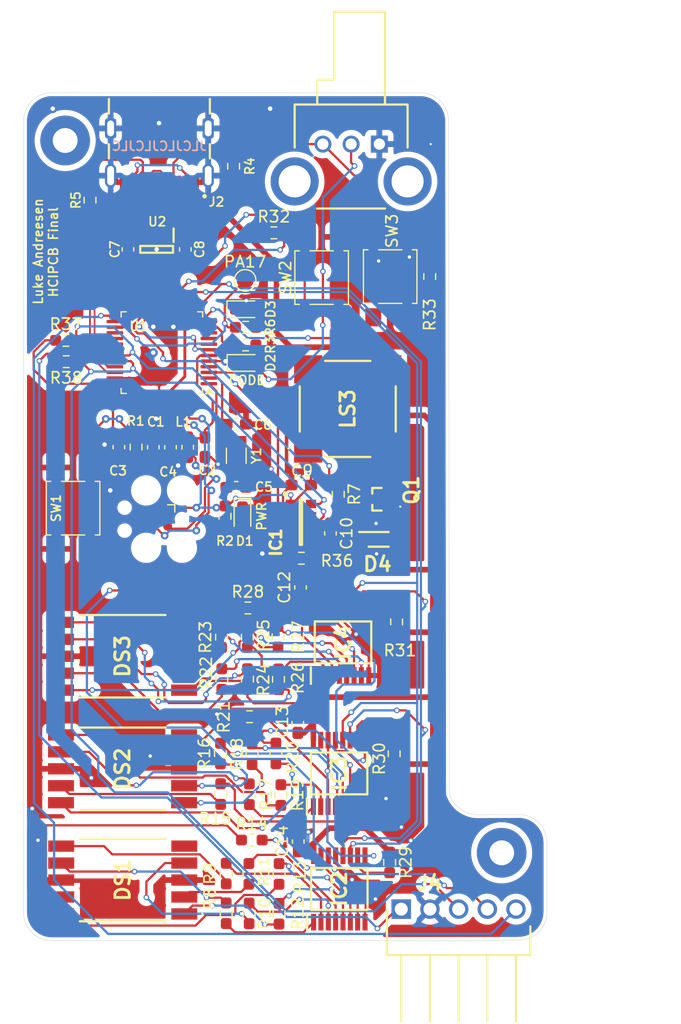
<source format=kicad_pcb>
(kicad_pcb (version 20241229) (generator "pcbnew") (generator_version "9.0")
  (layers (0 "F.Cu" signal) (2 "B.Cu" signal) (13 "F.Paste" user) (15 "B.Paste" user) (5 "F.SilkS" user "F.Silkscreen") (7 "B.SilkS" user "B.Silkscreen") (1 "F.Mask" user) (3 "B.Mask" user) (25 "Edge.Cuts" user))
  (net 0 "")
  (net 1 "Net-(U1-VDDCORE)")
  (net 2 "GND")
  (net 3 "/VDDANA")
  (net 4 "+3V3")
  (net 5 "/XC1")
  (net 6 "/XC2")
  (net 7 "VBUS")
  (net 8 "Net-(D1-A)")
  (net 9 "Net-(D2-A)")
  (net 10 "Net-(D3-A)")
  (net 11 "/LED1")
  (net 12 "/LED2")
  (net 13 "/POT")
  (net 16 "Net-(J2-CC1)")
  (net 17 "Net-(J2-CC2)")
  (net 18 "/SWD")
  (net 19 "/SWC")
  (net 20 "/D+")
  (net 21 "/D-")
  (net 22 "/~{RST}")
  (net 28 "Net-(D4-A)")
  (net 34 "Net-(DS1-A_E)")
  (net 35 "Net-(DS1-A_F)")
  (net 39 "Net-(DS1-A_C)")
  (net 48 "Net-(DS1-A_A)")
  (net 50 "Net-(DS1-A_D)")
  (net 51 "Net-(DS1-A_B)")
  (net 53 "/R7")
  (net 54 "Net-(DS1-A_G)")
  (net 55 "Net-(DS2-A_B)")
  (net 56 "Net-(DS2-A_D)")
  (net 57 "Net-(DS2-A_G)")
  (net 59 "Net-(DS2-A_A)")
  (net 60 "Net-(DS2-A_F)")
  (net 61 "Net-(DS2-A_E)")
  (net 62 "Net-(DS2-A_C)")
  (net 64 "Net-(DS3-A_B)")
  (net 65 "Net-(DS3-A_C)")
  (net 66 "Net-(DS3-A_F)")
  (net 67 "Net-(DS3-A_E)")
  (net 68 "Net-(DS3-A_G)")
  (net 69 "Net-(DS3-A_A)")
  (net 70 "Net-(DS3-A_D)")
  (net 71 "/SDA")
  (net 72 "/SCL")
  (net 73 "/INT")
  (net 77 "Net-(IC2-Q5)")
  (net 78 "Net-(IC2-Q7S)")
  (net 79 "Net-(IC2-~{MR})")
  (net 80 "Net-(IC2-Q1)")
  (net 81 "Net-(IC2-Q3)")
  (net 83 "Net-(IC2-Q2)")
  (net 84 "Net-(IC2-Q4)")
  (net 85 "/SHCP")
  (net 86 "/STCP")
  (net 87 "Net-(IC2-Q6)")
  (net 88 "Net-(IC2-Q7)")
  (net 89 "Net-(IC3-Q2)")
  (net 90 "Net-(IC3-Q1)")
  (net 91 "Net-(IC3-~{MR})")
  (net 92 "Net-(IC3-Q7)")
  (net 93 "Net-(IC3-Q5)")
  (net 94 "Net-(IC3-Q7S)")
  (net 95 "Net-(IC3-Q3)")
  (net 97 "Net-(IC3-Q4)")
  (net 98 "Net-(IC3-Q6)")
  (net 99 "Net-(IC4-Q3)")
  (net 100 "Net-(IC4-Q6)")
  (net 101 "Net-(IC4-Q4)")
  (net 102 "Net-(IC4-Q2)")
  (net 103 "Net-(IC4-Q1)")
  (net 104 "Net-(IC4-Q5)")
  (net 107 "Net-(IC4-~{MR})")
  (net 108 "Net-(IC4-Q7)")
  (net 109 "/ALERT")
  (net 112 "Net-(Q1-B)")
  (net 113 "/BT1")
  (net 114 "/BT2")
  (footprint "Capacitor_SMD:C_0603_1608Metric_Pad1.08x0.95mm_HandSolder" (layer "F.Cu") (at 133.94 121.61 90)
    (property "Reference" "C12")
    (property "Value" "100nF")
  )
  (footprint "Resistor_SMD:R_0603_1608Metric_Pad0.98x0.95mm_HandSolder" (layer "F.Cu") (at 129.28 123.43)
    (property "Reference" "R28")
    (property "Value" "330")
  )
  (footprint "finalpcb:SOD2713X115N" (layer "F.Cu") (at 140.858 117.36)
    (property "Reference" "D4")
    (property "Value" "D" (hide yes))
  )
  (footprint "LED_SMD:LED_0603_1608Metric_Pad1.05x0.95mm_HandSolder" (layer "F.Cu") (at 128.8 115.4 -90)
    (property "Reference" "D1")
    (property "Value" "GREEN")
  )
  (footprint "Resistor_SMD:R_0603_1608Metric_Pad0.98x0.95mm_HandSolder" (layer "F.Cu") (at 129.075 100.15675)
    (property "Reference" "R3")
    (property "Value" "1k")
  )
  (footprint "Resistor_SMD:R_0603_1608Metric_Pad0.98x0.95mm_HandSolder" (layer "F.Cu") (at 127.36 150.44 90)
    (property "Reference" "R8")
    (property "Value" "330")
  )
  (footprint "Resistor_SMD:R_0603_1608Metric_Pad0.98x0.95mm_HandSolder" (layer "F.Cu") (at 126.87 139.8925 90)
    (property "Reference" "R15")
    (property "Value" "330")
  )
  (footprint "Resistor_SMD:R_0603_1608Metric_Pad0.98x0.95mm_HandSolder" (layer "F.Cu") (at 145.38 94.11 -90)
    (property "Reference" "R33")
    (property "Value" "10k")
  )
  (footprint "Capacitor_SMD:C_0603_1608Metric_Pad1.08x0.95mm_HandSolder" (layer "F.Cu") (at 117.856 109.194 -90)
    (property "Reference" "C3")
    (property "Value" "0.1uF" (hide yes))
  )
  (footprint "Package_QFP:TQFP-48_7x7mm_P0.5mm" (layer "F.Cu") (at 121.666 100.838 180)
    (property "Reference" "U1")
    (property "Value" "ATSAMD21G18A-A")
  )
  (footprint "Inductor_SMD:L_0603_1608Metric_Pad1.05x0.95mm_HandSolder" (layer "F.Cu") (at 123.952 109.207 90)
    (property "Reference" "L1")
    (property "Value" "FB-30R" (hide yes))
  )
  (footprint "MountingHole:MountingHole_2.2mm_M2_Pad_TopBottom" (layer "F.Cu") (at 113.1 82.07)
    (property "Reference" "REF**" (hide yes))
    (property "Value" "MountingHole_2.2mm_M2_Pad_TopBottom" (hide yes))
  )
  (footprint "Resistor_SMD:R_0603_1608Metric_Pad0.98x0.95mm_HandSolder" (layer "F.Cu") (at 129.43 133.05)
    (property "Reference" "R21")
    (property "Value" "330")
  )
  (footprint "LED_SMD:LED_0603_1608Metric_Pad1.05x0.95mm_HandSolder" (layer "F.Cu") (at 129.0875 97)
    (property "Reference" "D3")
    (property "Value" "RED")
  )
  (footprint "LED_SMD:LED_0603_1608Metric_Pad1.05x0.95mm_HandSolder" (layer "F.Cu") (at 129.104886 101.75)
    (property "Reference" "D2")
    (property "Value" "RED")
  )
  (footprint "Capacitor_SMD:C_0603_1608Metric_Pad1.08x0.95mm_HandSolder" (layer "F.Cu") (at 128.25 107.168)
    (property "Reference" "C6")
    (property "Value" "22pF" (hide yes))
  )
  (footprint "Resistor_SMD:R_0603_1608Metric_Pad0.98x0.95mm_HandSolder" (layer "F.Cu") (at 129.37 146.95 90)
    (property "Reference" "R11")
    (property "Value" "330")
  )
  (footprint "Resistor_SMD:R_0603_1608Metric_Pad0.98x0.95mm_HandSolder" (layer "F.Cu") (at 129.6275 143.96)
    (property "Reference" "R14")
    (property "Value" "330")
  )
  (footprint "Resistor_SMD:R_0603_1608Metric_Pad0.98x0.95mm_HandSolder" (layer "F.Cu") (at 131.58 90.24)
    (property "Reference" "R32")
    (property "Value" "10k")
  )
  (footprint "Capacitor_SMD:C_0603_1608Metric_Pad1.08x0.95mm_HandSolder" (layer "F.Cu") (at 122.428 109.207 -90)
    (property "Reference" "C4")
    (property "Value" "0.1uF" (hide yes))
  )
  (footprint "Resistor_SMD:R_0603_1608Metric_Pad0.98x0.95mm_HandSolder" (layer "F.Cu") (at 137.28 113.37 -90)
    (property "Reference" "R7")
    (property "Value" "180")
  )
  (footprint "Capacitor_SMD:C_0603_1608Metric_Pad1.08x0.95mm_HandSolder" (layer "F.Cu") (at 125.476 109.207 -90)
    (property "Reference" "C2")
    (property "Value" "0.1uF" (hide yes))
  )
  (footprint "Resistor_SMD:R_0603_1608Metric_Pad0.98x0.95mm_HandSolder" (layer "F.Cu") (at 132.04 146.96 90)
    (property "Reference" "R13")
    (property "Value" "330")
  )
  (footprint "Resistor_SMD:R_0603_1608Metric_Pad0.98x0.95mm_HandSolder" (layer "F.Cu") (at 141.83 145.94 -90)
    (property "Reference" "R29")
    (property "Value" "5.1k")
  )
  (footprint "hcipcb:GCT_USB4105-GF-A" (layer "F.Cu") (at 121.443119 80.999999 180)
    (property "Reference" "J2")
    (property "Value" "USB4105-GF-A" (hide yes))
  )
  (footprint "Resistor_SMD:R_0603_1608Metric_Pad0.98x0.95mm_HandSolder" (layer "F.Cu") (at 131.76 136.3 90)
    (property "Reference" "R20")
    (property "Value" "330")
  )
  (footprint "Resistor_SMD:R_0603_1608Metric_Pad0.98x0.95mm_HandSolder" (layer "F.Cu") (at 127.254 115.316 -90)
    (property "Reference" "R2")
    (property "Value" "1k")
  )
  (footprint "Resistor_SMD:R_0603_1608Metric_Pad0.98x0.95mm_HandSolder" (layer "F.Cu") (at 142.23 136.33 90)
    (property "Reference" "R30")
    (property "Value" "5.1k")
  )
  (footprint "Capacitor_SMD:C_0603_1608Metric_Pad1.08x0.95mm_HandSolder" (layer "F.Cu") (at 136.59 116.83 -90)
    (property "Reference" "C10")
    (property "Value" "470nF")
  )
  (footprint "Resistor_SMD:R_0603_1608Metric_Pad0.98x0.95mm_HandSolder" (layer "F.Cu") (at 131.99 129.7425 90)
    (property "Reference" "R26")
    (property "Value" "330")
  )
  (footprint "Resistor_SMD:R_0603_1608Metric_Pad0.98x0.95mm_HandSolder" (layer "F.Cu") (at 126.97 129.7225 90)
    (property "Reference" "R22")
    (property "Value" "330")
  )
  (footprint "Resistor_SMD:R_0603_1608Metric_Pad0.98x0.95mm_HandSolder" (layer "F.Cu") (at 128.016 84.348 -90)
    (property "Reference" "R4")
    (property "Value" "5.1k" (hide yes))
  )
  (footprint "Capacitor_SMD:C_0603_1608Metric_Pad1.08x0.95mm_HandSolder" (layer "F.Cu") (at 118.66 91.7 90)
    (property "Reference" "C7")
    (property "Value" "1uF")
  )
  (footprint "Resistor_SMD:R_0603_1608Metric_Pad0.98x0.95mm_HandSolder" (layer "F.Cu") (at 113.17 99.75)
    (property "Reference" "R37")
    (property "Value" "4.7k")
  )
  (footprint "finalpcb:157112V12700" (layer "F.Cu") (at 118.2 147.5 90)
    (property "Reference" "DS1")
    (property "Value" "157112V12700" (hide yes))
  )
  (footprint "TestPoint:TestPoint_Pad_D1.5mm" (layer "F.Cu") (at 129.04 94.44)
    (property "Reference" "PA17")
    (property "Value" "TestPoint" (hide yes))
  )
  (footprint "Resistor_SMD:R_0603_1608Metric_Pad0.98x0.95mm_HandSolder" (layer "F.Cu") (at 131.95 125.98 90)
    (property "Reference" "R27")
    (property "Value" "330")
  )
  (footprint "Capacitor_SMD:C_0603_1608Metric_Pad1.08x0.95mm_HandSolder" (layer "F.Cu") (at 123.74 91.7 90)
    (property "Reference" "C8")
    (property "Value" "1uF")
  )
  (footprint "Resistor_SMD:R_0603_1608Metric_Pad0.98x0.95mm_HandSolder" (layer "F.Cu") (at 134.0175 119.03)
    (property "Reference" "R36")
    (property "Value" "10k")
  )
  (footprint "Resistor_SMD:R_0603_1608Metric_Pad0.98x0.95mm_HandSolder" (layer "F.Cu") (at 127.36 146.93 90)
    (property "Reference" "R9")
    (property "Value" "330")
  )
  (footprint "Capacitor_SMD:C_0603_1608Metric_Pad1.08x0.95mm_HandSolder" (layer "F.Cu") (at 133.74 144.09 90)
    (property "Reference" "C14")
    (property "Value" "100nF")
  )
  (footprint "Resistor_SMD:R_0603_1608Metric_Pad0.98x0.95mm_HandSolder" (layer "F.Cu") (at 129.0875 98.6)
    (property "Reference" "R6")
    (property "Value" "1k")
  )
  (footprint "Capacitor_SMD:C_0603_1608Metric_Pad1.08x0.95mm_HandSolder" (layer "F.Cu") (at 120.904 109.207 -90)
    (property "Reference" "C1")
    (property "Value" "0.1uF" (hide yes))
  )
  (footprint "finalpcb:CMT850403SMTTR" (layer "F.Cu") (at 138.12 105.82 -90)
    (property "Reference" "LS3")
    (property "Value" "CMT-8504-03-SMT-TR" (hide yes))
  )
  (footprint "finalpcb:SOP65P640X110-16N" (layer "F.Cu") (at 137.375 148.288 90)
    (property "Reference" "IC2")
    (property "Value" "74HC595PW-Q100,118" (hide yes))
  )
  (footprint "Button_Switch_SMD:SW_SPST_TL3305A" (layer "F.Cu") (at 113.8 114.6 -90)
    (property "Reference" "SW1")
    (property "Value" "SW_Push" (hide yes))
  )
  (footprint "finalpcb:SOP65P640X110-16N" (layer "F.Cu") (at 137.705 126.472 90)
    (property "Reference" "IC4")
    (property "Value" "74HC595PW-Q100,118" (hide yes))
  )
  (footprint "finalpcb:157112V12700" (layer "F.Cu") (at 118.18 137.66 90)
    (property "Reference" "DS2")
    (property "Value" "157112V12700" (hide yes))
  )
  (footprint "Resistor_SMD:R_0603_1608Metric_Pad0.98x0.95mm_HandSolder" (layer "F.Cu") (at 129.23 126.0125 90)
    (property "Reference" "R25")
    (property "Value" "330")
  )
  (footprint "Resistor_SMD:R_0603_1608Metric_Pad0.98x0.95mm_HandSolder" (layer "F.Cu") (at 115.3 87.35 -90)
    (property "Reference" "R5")
    (property "Value" "5.1k" (hide yes))
  )
  (footprint "Resistor_SMD:R_0603_1608Metric_Pad0.98x0.95mm_HandSolder" (layer "F.Cu") (at 142.45 124.6625 90)
    (property "Reference" "R31")
    (property "Value" "5.1k")
  )
  (footprint "Resistor_SMD:R_0603_1608Metric_Pad0.98x0.95mm_HandSolder" (layer "F.Cu") (at 132.2 139.98 90)
    (property "Reference" "R19")
    (property "Value" "330")
  )
  (footprint "finalpcb:SOP65P640X110-16N" (layer "F.Cu") (at 137.355 138.068 90)
    (property "Reference" "IC3")
    (property "Value" "74HC595PW-Q100,118" (hide yes))
  )
  (footprint "hcipcb:SOT95P280X145-5N" (layer "F.Cu") (at 121.2 91.7 -90)
    (property "Reference" "U2")
    (property "Value" "TLV73333PQDBVRQ1" (hide yes))
  )
  (footprint "Capacitor_SMD:C_0603_1608Metric_Pad1.08x0.95mm_HandSolder" (layer "F.Cu") (at 133.7 133.62 90)
    (property "Reference" "C13")
    (property "Value" "100nF")
  )
  (footprint "Capacitor_SMD:C_0603_1608Metric_Pad1.08x0.95mm_HandSolder" (layer "F.Cu") (at 128.25 112.756)
    (property "Reference" "C5")
    (property "Value" "22pF" (hide yes))
  )
  (footprint "Button_Switch_SMD:SW_SPST_TL3305A" (layer "F.Cu") (at 141.88 94.11 90)
    (property "Reference" "SW3")
    (property "Value" "SW_Push")
  )
  (footprint "Resistor_SMD:R_0603_1608Metric_Pad0.98x0.95mm_HandSolder" (layer "F.Cu") (at 129.24 129.7225 90)
    (property "Reference" "R24")
    (property "Value" "330")
  )
  (footprint "Resistor_SMD:R_0603_1608Metric_Pad0.98x0.95mm_HandSolder" (layer "F.Cu") (at 129.41 139.91 90)
    (property "Reference" "R17")
    (property "Value" "330")
  )
  (footprint "Button_Switch_SMD:SW_SPST_TL3305A" (layer "F.Cu") (at 135.81 94.2 90)
    (property "Reference" "SW2")
    (property "Value" "SW_Push")
  )
  (footprint "MountingHole:MountingHole_2.2mm_M2_Pad_TopBottom" (layer "F.Cu") (at 151.75 145.09)
    (property "Reference" "REF**" (hide yes))
    (property "Value" "MountingHole_2.2mm_M2_Pad_TopBottom")
  )
  (footprint "finalpcb:157112V12700" (layer "F.Cu") (at 118.18 127.7 90)
    (property "Reference" "DS3")
    (property "Value" "157112V12700" (hide yes))
  )
  (footprint "Resistor_SMD:R_0603_1608Metric_Pad0.98x0.95mm_HandSolder" (layer "F.Cu") (at 132.04 150.48 90)
    (property "Reference" "R12")
    (property "Value" "330")
  )
  (footprint "Resistor_SMD:R_0603_1608Metric_Pad0.98x0.95mm_HandSolder" (layer "F.Cu") (at 126.85 136.31 90)
    (property "Reference" "R16")
    (property "Value" "330")
  )
  (footprint "Resistor_SMD:R_0603_1608Metric_Pad0.98x0.95mm_HandSolder" (layer "F.Cu") (at 113.1925 101.64 180)
    (property "Reference" "R38")
    (property "Value" "4.7k")
  )
  (footprint "Resistor_SMD:R_0603_1608Metric_Pad0.98x0.95mm_HandSolder" (layer "F.Cu") (at 129.39 150.45 90)
    (property "Reference" "R10")
    (property "Value" "330")
  )
  (footprint "finalpcb:SON108P200X400X115-8N" (layer "F.Cu") (at 133.97 115.838)
    (property "Reference" "IC1")
    (property "Value" "VCNL3040" (hide yes))
  )
  (footprint "Resistor_SMD:R_0603_1608Metric_Pad0.98x0.95mm_HandSolder" (layer "F.Cu") (at 129.65 136.37 90)
    (property "Reference" "R18")
    (property "Value" "330")
  )
  (footprint "Connector:Tag-Connect_TC2030-IDC-FP_2x03_P1.27mm_Vertical" (layer "F.Cu") (at 120.904 115.57 180)
    (property "Reference" "J1" (hide yes))
    (property "Value" "SWD_TAG-CONNECT" (hide yes))
  )
  (footprint "Crystal:Crystal_SMD_3215-2Pin_3.2x1.5mm" (layer "F.Cu") (at 128.25 109.962 90)
    (property "Reference" "Y1")
    (property "Value" "Crystal_Small" (hide yes))
  )
  (footprint "Resistor_SMD:R_0603_1608Metric_Pad0.98x0.95mm_HandSolder" (layer "F.Cu") (at 126.95 126.0125 90)
    (property "Reference" "R23")
    (property "Value" "330")
  )
  (footprint "Capacitor_SMD:C_0603_1608Metric_Pad1.08x0.95mm_HandSolder" (layer "F.Cu") (at 134 112.55 180)
    (property "Reference" "C9")
    (property "Value" "100nF")
  )
  (footprint "finalpcb:PT01B115DB103" (layer "F.Cu") (at 140.92 82.39 180)
    (property "Reference" "VR1" (hide yes))
    (property "Value" "PT01-B115D-B103" (hide yes))
  )
  (footprint "finalpcb:2SA1588GRLF" (layer "F.Cu") (at 140.92 113.81 90)
    (property "Reference" "Q1")
    (property "Value" "Q_NPN_BCE" (hide yes))
  )
  (footprint "finalpcb:HDRRA5W67P0X254_1X5_1270X254X241P" (layer "F.Cu") (at 142.86 150.076 180)
    (property "Reference" "J4")
    (property "Value" "10129379-905001BLF" (hide yes))
  )
  (footprint "Resistor_SMD:R_0603_1608Metric_Pad0.98x0.95mm_HandSolder" (layer "F.Cu") (at 119.38 109.194 90)
    (property "Reference" "R1")
    (property "Value" "10k" (hide yes))
  )
  (gr_line (start 153.102855 141.706671) (end 149.622855 141.726671) (stroke (width 0.0381)) (layer "Edge.Cuts"))
  (gr_arc (start 153.102855 141.706671) (mid 154.965679 142.376887) (end 155.752048 144.193731) (stroke (width 0.0381)) (layer "Edge.Cuts"))
  (gr_arc (start 109.419398 80.347568) (mid 110.151631 78.579801) (end 111.919398 77.847568) (stroke (width 0.0381)) (layer "Edge.Cuts"))
  (gr_line (start 111.92 152.87) (end 153.25 152.83) (stroke (width 0.0381)) (layer "Edge.Cuts"))
  (gr_line (start 147.05 80.95) (end 147.117706 139.864992) (stroke (width 0.0381)) (layer "Edge.Cuts"))
  (gr_arc (start 111.92 152.87) (mid 110.152233 152.137767) (end 109.42 150.37) (stroke (width 0.0381)) (layer "Edge.Cuts"))
  (gr_line (start 109.420089 80.347568) (end 109.42 150.37) (stroke (width 0.0381)) (layer "Edge.Cuts"))
  (gr_line (start 155.752233 150.3222) (end 155.752048 144.193731) (stroke (width 0.0381)) (layer "Edge.Cuts"))
  (gr_arc (start 144.54931 77.85) (mid 146.317077 78.582233) (end 147.04931 80.35) (stroke (width 0.0381)) (layer "Edge.Cuts"))
  (gr_line (start 147.05 80.95) (end 147.04931 80.35) (stroke (width 0.0381)) (layer "Edge.Cuts"))
  (gr_line (start 111.919398 77.847589) (end 144.54931 77.85) (stroke (width 0.0381)) (layer "Edge.Cuts"))
  (gr_arc (start 149.622855 141.726671) (mid 148.07 141.2) (end 147.117706 139.86513) (stroke (width 0.0381)) (layer "Edge.Cuts"))
  (gr_arc (start 155.752233 150.322233) (mid 155.02 152.09) (end 153.252233 152.822233) (stroke (width 0.0381)) (layer "Edge.Cuts"))
  (gr_text "HCIPCB Final \n\n" (at 112.7 91.64 90) (layer "F.SilkS") (effects (font (size 0.8 0.8) (thickness 0.15) (bold yes))))
  (gr_text "PWR" (at 130.5 115.316 90) (layer "F.SilkS") (effects (font (size 0.8 0.8) (thickness 0.15) (bold yes))))
  (gr_text "Luke Andreesen" (at 110.71 91.89 90) (layer "F.SilkS") (effects (font (size 0.8 0.8) (thickness 0.15) (bold yes))))
  (gr_text "CODE" (at 127.5 103.75 0) (layer "F.SilkS") (effects (font (size 0.8 0.8) (thickness 0.15) (bold yes)) (justify left bottom)))
  (gr_text "JLCJLCJLCJLC" (at 121.412 82.57 0) (layer "B.SilkS") (effects (font (size 0.8128 0.8128) (thickness 0.1524)) (justify mirror)))
  (segment (start 121.916 107.42) (end 121.916 105.0005) (width 0.2) (layer "F.Cu") (net 1))
  (segment (start 120.904 108.432) (end 121.916 107.42) (width 0.2) (layer "F.Cu") (net 1))
  (segment (start 121.2 91.7) (end 121.2 90.45) (width 0.5) (layer "F.Cu") (net 2))
  (segment (start 140.63 118.59) (end 140.68 118.64) (width 0.2) (layer "F.Cu") (net 2))
  (segment (start 122.965 91.7) (end 123.74 90.925) (width 0.5) (layer "F.Cu") (net 2))
  (segment (start 133.74 143.2275) (end 134.6075 143.2275) (width 0.2) (layer "F.Cu") (net 2))
  (segment (start 132.392 113.2955) (end 133.1375 112.55) (width 0.2) (layer "F.Cu") (net 2))
  (segment (start 121.416 106.422) (end 121.416 105.0005) (width 0.2) (layer "F.Cu") (net 2))
  (segment (start 121.916 97.54) (end 121.916 96.6755) (width 0.2) (layer "F.Cu") (net 2))
  (segment (start 126.52 132.82) (end 126.993 132.347) (width 0.2) (layer "F.Cu") (net 2))
  (segment (start 123.102508 110.829653) (end 123.102508 110.812508) (width 0.2) (layer "F.Cu") (net 2))
  (segment (start 132.392 115.903) (end 132.392 113.2955) (width 0.2) (layer "F.Cu") (net 2))
  (segment (start 143.82 143.9) (end 143.71 144.01) (width 0.2) (layer "F.Cu") (net 2))
  (segment (start 138.5 147.47) (end 137.6 146.57) (width 0.2) (layer "F.Cu") (net 2))
  (segment (start 120.904 98.552) (end 121.916 97.54) (width 0.2) (layer "F.Cu") (net 2))
  (segment (start 136.96 146.57) (end 137.6 146.57) (width 0.2) (layer "F.Cu") (net 2))
  (segment (start 128.38 97) (end 129.14 96.24) (width 0.2) (layer "F.Cu") (net 2))
  (segment (start 118.243119 85.754999) (end 117.698119 85.754999) (width 0.5) (layer "F.Cu") (net 2))
  (segment (start 138.862997 125.747003) (end 137.38 124.264005) (width 0.2) (layer "F.Cu") (net 2))
  (segment (start 121.158 106.68) (end 121.416 106.422) (width 0.2) (layer "F.Cu") (net 2))
  (segment (start 119.435 91.7) (end 118.66 92.475) (width 0.5) (layer "F.Cu") (net 2))
  (segment (start 141.51 140.29) (end 141.51 139.615994) (width 0.2) (layer "F.Cu") (net 2))
  (segment (start 121.76 137.66) (end 123.63 137.66) (width 0.2) (layer "F.Cu") (net 2))
  (segment (start 125.188119 85.754999) (end 125.763119 85.179999) (width 0.5) (layer "F.Cu") (net 2))
  (segment (start 132.865 116.376) (end 132.392 115.903) (width 0.2) (layer "F.Cu") (net 2))
  (segment (start 137.38 124.264005) (end 137.38 123.534) (width 0.2) (layer "F.Cu") (net 2))
  (segment (start 115.42 138.46) (end 114.62 137.66) (width 0.2) (layer "F.Cu") (net 2))
  (segment (start 143.82 143.6) (end 143.82 143.9) (width 0.2) (layer "F.Cu") (net 2))
  (segment (start 114.62 137.66) (end 112.73 137.66) (width 0.2) (layer "F.Cu") (net 2))
  (segment (start 124.643119 85.754999) (end 125.188119 85.754999) (width 0.5) (layer "F.Cu") (net 2))
  (segment (start 121.416 103.382) (end 121.416 105.0005) (width 0.2) (layer "F.Cu") (net 2))
  (segment (start 133.2895 132.347) (end 133.7 132.7575) (width 0.2) (layer "F.Cu") (net 2))
  (segment (start 137.6 146.57) (end 137.05 146.02) (width 0.2) (layer "F.Cu") (net 2))
  (segment (start 134.6075 143.2275) (end 134.63 143.25) (width 0.2) (layer "F.Cu") (net 2))
  (segment (start 121.2 91.7) (end 119.435 91.7) (width 0.5) (layer "F.Cu") (net 2))
  (segment (start 143.04 142.82) (end 143.82 143.6) (width 0.2) (layer "F.Cu") (net 2))
  (segment (start 137.989505 136.0955) (end 139.477003 137.582997) (width 0.2) (layer "F.Cu") (net 2))
  (segment (start 139.65 150.1) (end 139.65 151.226) (width 0.2) (layer "F.Cu") (net 2))
  (segment (start 137.03 136.0675) (end 137.058 136.0955) (width 0.2) (layer "F.Cu") (net 2))
  (segment (start 124.412 85.424) (end 124.392 85.444) (width 0.2) (layer "F.Cu") (net 2))
  (segment (start 125.9995 110.0695) (end 126.64 110.71) (width 0.2) (layer "F.Cu") (net 2))
  (segment (start 128.245255 101.588) (end 128.317386 101.660131) (width 0.2) (layer "F.Cu") (net 2))
  (segment (start 140.57 149.18) (end 139.65 150.1) (width 0.2) (layer "F.Cu") (net 2))
  (segment (start 140.63 115.95) (end 140.63 118.59) (width 0.2) (layer "F.Cu") (net 2))
  (segment (start 120.63 136.53) (end 121.76 137.66) (width 0.2) (layer "F.Cu") (net 2))
  (segment (start 139.98 129.41) (end 139.98 126.864005) (width 0.2) (layer "F.Cu") (net 2))
  (segment (start 141.51 139.615994) (end 139.477003 137.582997) (width 0.2) (layer "F.Cu") (net 2))
  (segment (start 142.87 142.82) (end 143.04 142.82) (width 0.2) (layer "F.Cu") (net 2))
  (segment (start 125.8285 101.588) (end 128.245255 101.588) (width 0.2) (layer "F.Cu") (net 2))
  (segment (start 117.5035 103.088) (end 121.122 103.088) (width 0.2) (layer "F.Cu") (net 2))
  (segment (start 117.698119 85.754999) (end 117.123119 85.179999) (width 0.5) (layer "F.Cu") (net 2))
  (segment (start 126.993 132.347) (end 133.2895 132.347) (width 0.2) (layer "F.Cu") (net 2))
  (segment (start 139.477003 137.582997) (end 139.63 137.735995) (width 0.2) (layer "F.Cu") (net 2))
  (segment (start 123.102508 110.812508) (end 122.428 110.138) (width 0.2) (layer "F.Cu") (net 2))
  (segment (start 137.058 136.0955) (end 137.989505 136.0955) (width 0.2) (layer "F.Cu") (net 2))
  (segment (start 125.73 110.236) (end 125.476 109.982) (width 0.2) (layer "F.Cu") (net 2))
  (segment (start 121.2 91.7) (end 122.965 91.7) (width 0.5) (layer "F.Cu") (net 2))
  (segment (start 121.122 103.088) (end 121.416 103.382) (width 0.2) (layer "F.Cu") (net 2))
  (segment (start 139.63 137.735995) (end 139.63 141.006) (width 0.2) (layer "F.Cu") (net 2))
  (segment (start 139.98 126.864005) (end 138.862997 125.747003) (width 0.2) (layer "F.Cu") (net 2))
  (segment (start 137.03 135.13) (end 137.03 136.0675) (width 0.2) (layer "F.Cu") (net 2))
  (segment (start 122.428 110.138) (end 122.428 110.0695) (width 0.2) (layer "F.Cu") (net 2))
  (segment (start 137.05 146.02) (end 137.05 145.35) (width 0.2) (layer "F.Cu") (net 2))
  (segment (start 125.476 110.0695) (end 125.9995 110.0695) (width 0.2) (layer "F.Cu") (net 2))
  (segment (start 133.07 116.376) (end 132.865 116.376) (width 0.2) (layer "F.Cu") (net 2))
  (segment (start 128.2125 97) (end 128.38 97) (width 0.2) (layer "F.Cu") (net 2))
  (via (at 120.904 100.838) (size 0.8) (drill 0.4) (layers "F.Cu" "B.Cu") (net 2))
  (via (at 127.3 101.6) (size 0.8) (drill 0.4) (layers "F.Cu" "B.Cu") (net 2))
  (via (at 126.52 132.82) (size 0.5) (drill 0.3) (layers "F.Cu" "B.Cu") (net 2))
  (via (at 140.68 118.64) (size 0.5) (drill 0.3) (layers "F.Cu" "B.Cu") (net 2))
  (via (at 126.64 110.71) (size 0.5) (drill 0.3) (layers "F.Cu" "B.Cu") (net 2))
  (via (at 120.63 136.53) (size 0.5) (drill 0.3) (layers "F.Cu" "B.Cu") (net 2))
  (via (at 142.87 142.82) (size 0.5) (drill 0.3) (layers "F.Cu" "B.Cu") (net 2))
  (via (at 120.904 98.552) (size 0.8) (drill 0.4) (layers "F.Cu" "B.Cu") (net 2))
  (via (at 130.556 118.618) (size 0.8) (drill 0.4) (layers "F.Cu" "B.Cu") (net 2))
  (via (at 140.63 115.95) (size 0.5) (drill 0.3) (layers "F.Cu" "B.Cu") (net 2))
  (via (at 117.094 113.03) (size 0.8) (drill 0.4) (layers "F.Cu" "B.Cu") (net 2))
  (via (at 136.96 146.57) (size 0.5) (drill 0.3) (layers "F.Cu" "B.Cu") (net 2))
  (via (at 140.57 149.18) (size 0.5) (drill 0.3) (layers "F.Cu" "B.Cu") (net 2))
  (via (at 110.69 143.98) (size 0.5) (drill 0.3) (layers "F.Cu" "B.Cu") (net 2))
  (via (at 140.86 92.73) (size 0.5) (drill 0.3) (layers "F.Cu" "B.Cu") (net 2))
  (via (at 143.71 144.01) (size 0.5) (drill 0.3) (layers "F.Cu" "B.Cu") (net 2))
  (via (at 134.63 143.25) (size 0.5) (drill 0.3) (layers "F.Cu" "B.Cu") (net 2))
  (via (at 138.862997 125.747003) (size 0.5) (drill 0.3) (layers "F.Cu" "B.Cu") (net 2))
  (via (at 122.682 98.552) (size 0.8) (drill 0.4) (layers "F.Cu" "B.Cu") (net 2))
  (via (at 143.58 92.38) (size 0.5) (drill 0.3) (layers "F.Cu" "B.Cu") (net 2))
  (via (at 121.158 106.68) (size 0.8) (drill 0.4) (layers "F.Cu" "B.Cu") (net 2))
  (via (at 141.51 140.29) (size 0.5) (drill 0.3) (layers "F.Cu" "B.Cu") (net 2))
  (via (at 129.14 96.24) (size 0.5) (drill 0.3) (layers "F.Cu" "B.Cu") (net 2))
  (via (at 121.412 80.538) (size 0.8) (drill 0.4) (layers "F.Cu" "B.Cu") (net 2))
  (via (at 112 79.25) (size 0.8) (drill 0.4) (layers "F.Cu" "B.Cu") (net 2))
  (via (at 116.586 108.966) (size 0.8) (drill 0.4) (layers "F.Cu" "B.Cu") (net 2))
  (via (at 110.18 141.18) (size 0.5) (drill 0.3) (layers "F.Cu" "B.Cu") (net 2))
  (via (at 131.25 79.25) (size 0.8) (drill 0.4) (layers "F.Cu" "B.Cu") (net 2))
  (via (at 121.2 91.7) (size 0.8) (drill 0.4) (layers "F.Cu" "B.Cu") (net 2))
  (via (at 123.102508 110.829653) (size 0.8) (drill 0.4) (layers "F.Cu" "B.Cu") (net 2))
  (via (at 138.5 147.47) (size 0.5) (drill 0.3) (layers "F.Cu" "B.Cu") (net 2))
  (via (at 131.33 111.13) (size 0.5) (drill 0.3) (layers "F.Cu" "B.Cu") (net 2))
  (via (at 143.71 146.49) (size 0.5) (drill 0.3) (layers "F.Cu" "B.Cu") (net 2))
  (via (at 115.42 138.46) (size 0.5) (drill 0.3) (layers "F.Cu" "B.Cu") (net 2))
  (segment (start 136.32 146.18) (end 136.52 146.18) (width 0.2) (layer "B.Cu") (net 2))
  (segment (start 136.03 145.89) (end 136.32 146.18) (width 0.2) (layer "B.Cu") (net 2))
  (segment (start 136.52 146.18) (end 136.57 146.18) (width 0.2) (layer "B.Cu") (net 2))
  (segment (start 110.69 141.69) (end 110.18 141.18) (width 0.2) (layer "B.Cu") (net 2))
  (segment (start 117.123119 85.179999) (end 117.123119 80.999999) (width 0.5) (layer "B.Cu") (net 2))
  (segment (start 136.57 146.18) (end 136.96 146.57) (width 0.2) (layer "B.Cu") (net 2))
  (segment (start 143.23 92.73) (end 143.58 92.38) (width 0.2) (layer "B.Cu") (net 2))
  (segment (start 134.63 144.49) (end 136.03 145.89) (width 0.2) (layer "B.Cu") (net 2))
  (segment (start 110.69 143.98) (end 110.69 141.69) (width 0.2) (layer "B.Cu") (net 2))
  (segment (start 143.71 144.01) (end 143.71 146.49) (width 0.2) (layer "B.Cu") (net 2))
  (segment (start 140.86 92.73) (end 143.23 92.73) (width 0.2) (layer "B.Cu") (net 2))
  (segment (start 125.763119 85.179999) (end 125.763119 80.999999) (width 0.5) (layer "B.Cu") (net 2))
  (segment (start 134.63 143.25) (end 134.63 144.49) (width 0.2) (layer "B.Cu") (net 2))
  (segment (start 126.16548 105.08348) (end 125.04652 103.96452) (width 0.2) (layer "F.Cu") (net 3))
  (segment (start 125.4635 108.4195) (end 125.476 108.432) (width 0.2) (layer "F.Cu") (net 3))
  (segment (start 125.476 107.696) (end 126.16496 107.00704) (width 0.2) (layer "F.Cu") (net 3))
  (segment (start 126.16548 105.822968) (end 126.16548 105.08348) (width 0.2) (layer "F.Cu") (net 3))
  (segment (start 123.952 108.4195) (end 125.4635 108.4195) (width 0.2) (layer "F.Cu") (net 3))
  (segment (start 125.041107 103.96452) (end 124.79148 103.714893) (width 0.2) (layer "F.Cu") (net 3))
  (segment (start 125.476 108.432) (end 125.476 107.696) (width 0.2) (layer "F.Cu") (net 3))
  (segment (start 125.04652 103.96452) (end 125.041107 103.96452) (width 0.2) (layer "F.Cu") (net 3))
  (segment (start 126.16496 105.823488) (end 126.16548 105.822968) (width 0.2) (layer "F.Cu") (net 3))
  (segment (start 125.061349 101.088) (end 125.8285 101.088) (width 0.2) (layer "F.Cu") (net 3))
  (segment (start 124.79148 101.357869) (end 125.061349 101.088) (width 0.2) (layer "F.Cu") (net 3))
  (segment (start 124.79148 103.714893) (end 124.79148 101.357869) (width 0.2) (layer "F.Cu") (net 3))
  (segment (start 126.16496 107.00704) (end 126.16496 105.823488) (width 0.2) (layer "F.Cu") (net 3))
  (segment (start 124.4475 109.9945) (end 123.952 109.9945) (width 0.2) (layer "F.Cu") (net 4))
  (segment (start 139.38 88.56) (end 139.06 88.24) (width 0.2) (layer "F.Cu") (net 4))
  (segment (start 134.93 119.03) (end 135.2525 119.03) (width 0.2) (layer "F.Cu") (net 4))
  (segment (start 134.93 119.03) (end 134.14 119.82) (width 0.2) (layer "F.Cu") (net 4))
  (segment (start 145.38 90.554) (end 143.386 88.56) (width 0.2) (layer "F.Cu") (net 4))
  (segment (start 139.06 85.53) (end 135.92 82.39) (width 0.2) (layer "F.Cu") (net 4))
  (segment (start 122.428 108.4705) (end 122.428 108.432) (width 0.2) (layer "F.Cu") (net 4))
  (segment (start 146.897148 148.214008) (end 146.656001 147.972861) (width 0.2) (layer "F.Cu") (net 4))
  (segment (start 122.416 96.6755) (end 122.416 94.255175) (width 0.2) (layer "F.Cu") (net 4))
  (segment (start 123.698 98.643795) (end 122.844205 97.79) (width 0.254) (layer "F.Cu") (net 4))
  (segment (start 135.2525 119.03) (end 136.59 117.6925) (width 0.2) (layer "F.Cu") (net 4))
  (segment (start 131.34 116.71) (end 130.08 115.45) (width 0.2) (layer "F.Cu") (net 4))
  (segment (start 122.216 92.884) (end 122.216 94.055175) (width 0.2) (layer "F.Cu") (net 4))
  (segment (start 136.59 117.6925) (end 135.1125 117.6925) (width 0.2) (layer "F.Cu") (net 4))
  (segment (start 130.6675 88.64) (end 130.6675 84.2925) (width 0.2) (layer "F.Cu") (net 4))
  (segment (start 123.843 92.475) (end 123.74 92.475) (width 0.2) (layer "F.Cu") (net 4))
  (segment (start 132.57 82.39) (end 135.92 82.39) (width 0.2) (layer "F.Cu") (net 4))
  (segment (start 126.0975 92.5625) (end 127.26 91.4) (width 0.2) (layer "F.Cu") (net 4))
  (segment (start 127.5265 114.4035) (end 128.2 113.73) (width 0.2) (layer "F.Cu") (net 4))
  (segment (start 139.696 117.36) (end 136.9225 117.36) (width 0.2) (layer "F.Cu") (net 4))
  (segment (start 127.191 114.554) (end 127.254 114.491) (width 0.2) (layer "F.Cu") (net 4))
  (segment (start 134.8625 109.5625) (end 134.62 109.32) (width 0.2) (layer "F.Cu") (net 4))
  (segment (start 127.254 114.4035) (end 127.5265 114.4035) (width 0.2) (layer "F.Cu") (net 4))
  (segment (start 130.08 115.45) (end 128.3005 115.45) (width 0.2) (layer "F.Cu") (net 4))
  (segment (start 117.330589 107.893589) (end 117.330589 103.760911) (width 0.2) (layer "F.Cu") (net 4))
  (segment (start 122.844205 97.79) (end 122.828403 97.79) (width 0.254) (layer "F.Cu") (net 4))
  (segment (start 117.856 108.419) (end 117.330589 107.893589) (width 0.2) (layer "F.Cu") (net 4))
  (segment (start 121.62752 109.23248) (end 122.428 108.432) (width 0.2) (layer "F.Cu") (net 4))
  (segment (start 123.6315 92.5835) (end 122.5165 92.5835) (width 0.2) (layer "F.Cu") (net 4))
  (segment (start 122.921394 114.554) (end 122.682 114.554) (width 0.2) (layer "F.Cu") (net 4))
  (segment (start 122.5165 92.5835) (end 122.216 92.884) (width 0.2) (layer "F.Cu") (net 4))
  (segment (start 131.34 119.26) (end 131.34 116.71) (width 0.2) (layer "F.Cu") (net 4))
  (segment (start 122.416 97.377597) (end 122.416 96.6755) (width 0.254) (layer "F.Cu") (net 4))
  (segment (start 124.701029 114.566971) (end 122.934365 114.566971) (width 0.2) (layer "F.Cu") (net 4))
  (segment (start 124.714 114.554) (end 124.701029 114.566971) (width 0.2) (layer "F.Cu") (net 4))
  (segment (start 122.416 94.255175) (end 122.216 94.055175) (width 0.2) (layer "F.Cu") (net 4))
  (segment (start 130.6675 84.2925) (end 132.57 82.39) (width 0.2) (layer "F.Cu") (net 4))
  (segment (start 145.38 93.1975) (end 145.38 90.554) (width 0.2) (layer "F.Cu") (net 4))
  (segment (start 111.558 103.588) (end 110.31 102.34) (width 0.2) (layer "F.Cu") (net 4))
  (segment (start 150.48 150.076) (end 148.618008 148.214008) (width 0.2) (layer "F.Cu") (net 4))
  (segment (start 122.416 105.0005) (end 122.416 104.233103) (width 0.254) (layer "F.Cu") (net 4))
  (segment (start 122.682 114.554) (end 122.301 114.935) (width 0.2) (layer "F.Cu") (net 4))
  (segment (start 131.9 119.82) (end 131.42 119.34) (width 0.2) (layer "F.Cu") (net 4))
  (segment (start 128.3005 115.45) (end 127.254 114.4035) (width 0.2) (layer "F.Cu") (net 4))
  (segment (start 131.42 119.34) (end 131.34 119.26) (width 0.2) (layer "F.Cu") (net 4))
  (segment (start 124.65 110.82) (end 124.65 110.197) (width 0.2) (layer "F.Cu") (net 4))
  (segment (start 122.416 104.233103) (end 123.698 102.951103) (width 0.254) (layer "F.Cu") (net 4))
  (segment (start 119.38 110.019) (end 120.16652 109.23248) (width 0.2) (layer "F.Cu") (net 4))
  (segment (start 119.38 109.943) (end 117.856 108.419) (width 0.2) (layer "F.Cu") (net 4))
  (segment (start 126.492 114.554) (end 127.191 114.554) (width 0.2) (layer "F.Cu") (net 4))
  (segment (start 122.416 105.0005) (end 122.416 108.42) (width 0.2) (layer "F.Cu") (net 4))
  (segment (start 113.368 103.588) (end 111.558 103.588) (width 0.2) (layer "F.Cu") (net 4))
  (segment (start 122.828403 97.79) (end 122.416 97.377597) (width 0.254) (layer "F.Cu") (net 4))
  (segment (start 111.33 99.75) (end 112.2575 99.75) (width 0.2) (layer "F.Cu") (net 4))
  (segment (start 134.14 119.82) (end 131.9 119.82) (width 0.2) (layer "F.Cu") (net 4))
  (segment (start 135.1125 117.6925) (end 134.87 117.45) (width 0.2) (layer "F.Cu") (net 4))
  (segment (start 130.6675 90.24) (end 130.6675 88.64) (width 0.2) (layer "F.Cu") (net 4))
  (segment (start 119.38 110.019) (end 119.38 109.943) (width 0.2) (layer "F.Cu") (net 4))
  (segment (start 110.31 100.77) (end 111.33 99.75) (width 0.2) (layer "F.Cu") (net 4))
  (segment (start 123.952 109.9945) (end 122.428 108.4705) (width 0.2) (layer "F.Cu") (net 4))
  (segment (start 136.9225 117.36) (end 136.59 117.6925) (width 0.2) (layer "F.Cu") (net 4))
  (segment (start 117.330589 103.760911) (end 117.5035 103.588) (width 0.2) (layer "F.Cu") (net 4))
  (segment (start 123.698 102.951103) (end 123.698 98.643795) (width 0.254) (layer "F.Cu") (net 4))
  (segment (start 133.07 114.226) (end 133.07 113.43) (width 0.2) (layer "F.Cu") (net 4))
  (segment (start 133.07 114.226) (end 133.1865 114.226) (width 0.2) (layer "F.Cu") (net 4))
  (segment (start 117.5035 103.588) (end 113.368 103.588) (width 0.2) (layer "F.Cu") (net 4))
  (segment (start 112.28 102.5) (end 112.28 101.64) (width 0.2) (layer "F.Cu") (net 4))
  (segment (start 123.74 92.5625) (end 126.0975 92.5625) (width 0.2) (layer "F.Cu") (net 4))
  (segment (start 124.65 110.197) (end 124.4475 109.9945) (width 0.2) (layer "F.Cu") (net 4))
  (segment (start 143.386 88.56) (end 139.38 88.56) (width 0.2) (layer "F.Cu") (net 4))
  (segment (start 110.31 102.34) (end 110.31 100.77) (width 0.2) (layer "F.Cu") (net 4))
  (segment (start 134.8625 112.55) (end 134.8625 109.5625) (width 0.2) (layer "F.Cu") (net 4))
  (segment (start 129.13 88.64) (end 130.6675 88.64) (width 0.2) (layer "F.Cu") (net 4))
  (segment (start 128.88 121.88) (end 117.04 121.88) (width 0.2) (layer "F.Cu") (net 4))
  (segment (start 113.368 103.588) (end 112.28 102.5) (width 0.2) (layer "F.Cu") (net 4))
  (segment (start 133.1865 114.226) (end 134.8625 112.55) (width 0.2) (layer "F.Cu") (net 4))
  (segment (start 131.42 119.34) (end 128.88 121.88) (width 0.2) (layer "F.Cu") (net 4))
  (segment (start 122.416 108.42) (end 122.428 108.432) (width 0.2) (layer "F.Cu") (net 4))
  (segment (start 122.934365 114.566971) (end 122.921394 114.554) (width 0.2) (layer "F.Cu") (net 4))
  (segment (start 139.06 88.24) (end 139.06 85.53) (width 0.2) (layer "F.Cu") (net 4))
  (segment (start 120.16652 109.23248) (end 121.62752 109.23248) (width 0.2) (layer "F.Cu") (net 4))
  (segment (start 148.618008 148.214008) (end 146.897148 148.214008) (width 0.2) (layer "F.Cu") (net 4))
  (via (at 133.07 113.43) (size 0.5) (drill 0.3) (layers "F.Cu" "B.Cu") (net 4))
  (via (at 127.26 91.4) (size 0.5) (drill 0.3) (layers "F.Cu" "B.Cu") (net 4))
  (via (at 128.2 113.73) (size 0.5) (drill 0.3) (layers "F.Cu" "B.Cu") (net 4))
  (via (at 126.492 114.554) (size 0.6858) (drill 0.3302) (layers "F.Cu" "B.Cu") (net 4))
  (via (at 117.04 121.88) (size 0.5) (drill 0.3) (layers "F.Cu" "B.Cu") (net 4))
  (via (at 146.656001 147.972861) (size 0.5) (drill 0.3) (layers "F.Cu" "B.Cu") (net 4))
  (via (at 124.65 110.82) (size 0.6858) (drill 0.3302) (layers "F.Cu" "B.Cu") (net 4))
  (via (at 124.714 114.554) (size 0.6858) (drill 0.3302) (layers "F.Cu" "B.Cu") (net 4))
  (via (at 129.13 88.64) (size 0.5) (drill 0.3) (layers "F.Cu" "B.Cu") (net 4))
  (segment (start 130.2 113.73) (end 128.2 113.73) (width 0.2) (layer "B.Cu") (net 4))
  (segment (start 127.26 91.4) (end 127.26 90.51) (width 0.2) (layer "B.Cu") (net 4))
  (segment (start 118.144005 134.01) (end 115.022 130.887995) (width 0.2) (layer "B.Cu") (net 4))
  (segment (start 125.08751 111.25751) (end 125.103489 111.25751) (width 0.2) (layer "B.Cu") (net 4))
  (segment (start 125.107971 111.261992) (end 125.107971 114.160029) (width 0.2) (layer "B.Cu") (net 4))
  (segment (start 125.103489 111.25751) (end 125.107971 111.261992) (width 0.2) (layer "B.Cu") (net 4))
  (segment (start 115.022 123.898) (end 117.04 121.88) (width 0.2) (layer "B.Cu") (net 4))
  (segment (start 124.714 114.554) (end 126.492 114.554) (width 0.2) (layer "B.Cu") (net 4))
  (segment (start 135.108 139.006) (end 132.89 136.788) (width 0.2) (layer "B.Cu") (net 4))
  (segment (start 127.968 136.788) (end 125.19 134.01) (width 0.2) (layer "B.Cu") (net 4))
  (segment (start 138.138 146.968) (end 135.108 143.938) (width 0.2) (layer "B.Cu") (net 4))
  (segment (start 125.19 134.01) (end 118.144005 134.01) (width 0.2) (layer "B.Cu") (net 4))
  (segment (start 132.89 136.788) (end 127.968 136.788) (width 0.2) (layer "B.Cu") (net 4))
  (segment (start 135.108 143.938) (end 135.108 139.006) (width 0.2) (layer "B.Cu") (net 4))
  (segment (start 130.31 113.62) (end 130.2 113.73) (width 0.2) (layer "B.Cu") (net 4))
  (segment (start 146.656001 147.972861) (end 145.65114 146.968) (width 0.2) (layer "B.Cu") (net 4))
  (segment (start 133.07 113.43) (end 130.5 113.43) (width 0.2) (layer "B.Cu") (net 4))
  (segment (start 128.2 113.73) (end 128.17 113.73) (width 0.2) (layer "B.Cu") (net 4))
  (segment (start 125.107971 114.160029) (end 124.714 114.554) (width 0.2) (layer "B.Cu") (net 4))
  (segment (start 145.65114 146.968) (end 138.138 146.968) (width 0.2) (layer "B.Cu") (net 4))
  (segment (start 130.5 113.43) (end 130.31 113.62) (width 0.2) (layer "B.Cu") (net 4))
  (segment (start 127.26 90.51) (end 129.13 88.64) (width 0.2) (layer "B.Cu") (net 4))
  (segment (start 124.65 110.82) (end 125.08751 111.25751) (width 0.2) (layer "B.Cu") (net 4))
  (segment (start 115.022 130.887995) (end 115.022 123.898) (width 0.2) (layer "B.Cu") (net 4))
  (segment (start 125.8285 103.588) (end 126.492 104.2515) (width 0.2) (layer "F.Cu") (net 5))
  (segment (start 128.016 111.252) (end 128.016 111.981) (width 0.2) (layer "F.Cu") (net 5))
  (segment (start 126.49148 109.72748) (end 128.016 111.252) (width 0.2) (layer "F.Cu") (net 5))
  (segment (start 126.492 105.958217) (end 126.49148 105.958737) (width 0.2) (layer "F.Cu") (net 5))
  (segment (start 128.016 111.981) (end 127.241 112.756) (width 0.2) (layer "F.Cu") (net 5))
  (segment (start 126.49148 105.958737) (end 126.49148 109.72748) (width 0.2) (layer "F.Cu") (net 5))
  (segment (start 126.492 104.2515) (end 126.492 105.958217) (width 0.2) (layer "F.Cu") (net 5))
  (segment (start 127 106.934) (end 128.016 107.95) (width 0.2) (layer "F.Cu") (net 6))
  (segment (start 128.016 107.95) (end 128.016 107.97) (width 0.2) (layer "F.Cu") (net 6))
  (segment (start 128.016 108.478) (end 128.25 108.712) (width 0.25) (layer "F.Cu") (net 6))
  (segment (start 128.016 107.97) (end 128.016 108.478) (width 0.25) (layer "F.Cu") (net 6))
  (segment (start 125.8285 103.088) (end 126.631006 103.088) (width 0.2) (layer "F.Cu") (net 6))
  (segment (start 126.631006 103.088) (end 127 103.456994) (width 0.2) (layer "F.Cu") (net 6))
  (segment (start 127 103.456994) (end 127 106.934) (width 0.2) (layer "F.Cu") (net 6))
  (segment (start 135.43 122.52) (end 135.43 123.534) (width 0.5) (layer "F.Cu") (net 7))
  (segment (start 133.09 100.36) (end 131.81 99.08) (width 0.5) (layer "F.Cu") (net 7))
  (segment (start 145.66 120.04) (end 145.66 125.54) (width 0.5) (layer "F.Cu") (net 7))
  (segment (start 120.25 89.908142) (end 120.25 89.82907) (width 0.5) (layer "F.Cu") (net 7))
  (segment (start 122.15 90.45) (end 122.15 89.922) (width 0.5) (layer "F.Cu") (net 7))
  (segment (start 143.7925 145.0275) (end 141.83 145.0275) (width 0.5) (layer "F.Cu") (net 7))
  (segment (start 145.66 137.39) (end 145.5125 137.2425) (width 0.5) (layer "F.Cu") (net 7))
  (segment (start 123.25 84.5) (end 123.843119 85.093119) (width 0.2) (layer "F.Cu") (net 7))
  (segment (start 144.9 106.39) (end 139.12 106.39) (width 0.5) (layer "F.Cu") (net 7))
  (segment (start 144.13 144.69) (end 143.7925 145.0275) (width 0.5) (layer "F.Cu") (net 7))
  (segment (start 135.08 133.64) (end 134.2375 134.4825) (width 0.5) (layer "F.Cu") (net 7))
  (segment (start 122.15 90.45) (end 123.7401 88.8599) (width 0.5) (layer "F.Cu") (net 7))
  (segment (start 135.1 144.28) (end 135.1 145.35) (width 0.5) (layer "F.Cu") (net 7))
  (segment (start 145.66 131.32) (end 145.66 137.39) (width 0.5) (layer "F.Cu") (net 7))
  (segment (start 135.43 121.57) (end 135.43 122.52) (width 0.5) (layer "F.Cu") (net 7))
  (segment (start 139.7125 142.91) (end 136.47 142.91) (width 0.5) (layer "F.Cu") (net 7))
  (segment (start 145.66 131.32) (end 136.26 131.32) (width 0.5) (layer "F.Cu") (net 7))
  (segment (start 139.12 102.76) (end 136.72 100.36) (width 0.5) (layer "F.Cu") (net 7))
  (segment (start 145.66 143.16) (end 144.13 144.69) (width 0.5) (layer "F.Cu") (net 7))
  (segment (start 145.625 125.575) (end 142.45 125.575) (width 0.5) (layer "F.Cu") (net 7))
  (segment (start 119.043119 85.754999) (end 119.25 85.548118) (width 0.2) (layer "F.Cu") (net 7))
  (segment (start 145.66 125.54) (end 145.66 129.46) (width 0.5) (layer "F.Cu") (net 7))
  (segment (start 145.66 137.39) (end 145.66 139.22) (width 0.5) (layer "F.Cu") (net 7))
  (segment (start 145.66 139.22) (end 145.66 143.16) (width 0.5) (layer "F.Cu") (net 7))
  (segment (start 118.66 90.925) (end 119.135 90.45) (width 0.5) (layer "F.Cu") (net 7))
  (segment (start 145.66 125.54) (end 145.625 125.575) (width 0.5) (layer "F.Cu") (net 7))
  (segment (start 135.15 122.52) (end 135.1025 122.4725) (width 0.5) (layer "F.Cu") (net 7))
  (segment (start 123.35 89.25) (end 123.7401 88.8599) (width 0.5) (layer "F.Cu") (net 7))
  (segment (start 131.81 93.04) (end 127.19 88.42) (width 0.5) (layer "F.Cu") (net 7))
  (segment (start 119.043119 85.263551) (end 119.043119 85.754999) (width 0.2) (layer "F.Cu") (net 7))
  (segment (start 145.66 120.04) (end 136.96 120.04) (width 0.5) (layer "F.Cu") (net 7))
  (segment (start 141.83 145.0275) (end 139.7125 142.91) (width 0.5) (layer "F.Cu") (net 7))
  (segment (start 119.5 84.80667) (end 119.043119 85.263551) (width 0.2) (layer "F.Cu") (net 7))
  (segment (start 136.47 142.91) (end 135.1 144.28) (width 0.5) (layer "F.Cu") (net 7))
  (segment (start 135.1 144.28) (end 135.05 144.28) (width 0.5) (layer "F.Cu") (net 7))
  (segment (start 120.82907 89.25) (end 123.35 89.25) (width 0.5) (layer "F.Cu") (net 7))
  (segment (start 135.1025 122.4725) (end 133.94 122.4725) (width 0.5) (layer "F.Cu") (net 7))
  (segment (start 145.66 120.04) (end 145.66 107.15) (width 0.5) (layer "F.Cu") (net 7))
  (segment (start 120.25 89.82907) (end 120.82907 89.25) (width 0.5) (layer "F.Cu") (net 7))
  (segment (start 123.843119 88.756881) (end 123.843119 88.42) (width 0.5) (layer "F.Cu") (net 7))
  (segment (start 145.66 129.46) (end 145.66 131.32) (width 0.5) (layer "F.Cu") (net 7))
  (segment (start 131.81 99.08) (end 131.81 93.04) (width 0.5) (layer "F.Cu") (net 7))
  (segment (start 139.12 106.39) (end 139.12 102.76) (width 0.5) (layer "F.Cu") (net 7))
  (segment (start 123.7401 88.8599) (end 123.843119 88.756881) (width 0.5) (layer "F.Cu") (net 7))
  (segment (start 145.66 107.15) (end 144.9 106.39) (width 0.5) (layer "F.Cu") (net 7))
  (segment (start 134.3775 144.9525) (end 133.74 144.9525) (width 0.5) (layer "F.Cu") (net 7))
  (segment (start 135.08 132.5) (end 135.08 133.64) (width 0.5) (layer "F.Cu") (net 7))
  (segment (start 123.843119 88.42) (end 123.843119 85.754999) (width 0.5) (layer "F.Cu") (net 7))
  (segment (start 136.72 100.36) (end 133.09 100.36) (width 0.5) (layer "F.Cu") (net 7))
  (segment (start 123.843119 85.08812) (end 123.843119 85.75) (width 0.2) (layer "F.Cu") (net 7))
  (segment (start 119.5 84.25) (end 119.5 84.80667) (width 0.2) (layer "F.Cu") (net 7))
  (segment (start 119.135 90.45) (end 120.25 90.45) (width 0.5) (layer "F.Cu") (net 7))
  (segment (start 122.15 89.95) (end 122.15 90.3085) (width 0.5) (layer "F.Cu") (net 7))
  (segment (start 134.2375 134.4825) (end 133.7 134.4825) (width 0.5) (layer "F.Cu") (net 7))
  (segment (start 135.08 133.64) (end 135.08 135.13) (width 0.5) (layer "F.Cu") (net 7))
  (segment (start 136.96 120.04) (end 135.43 121.57) (width 0.5) (layer "F.Cu") (net 7))
  (segment (start 135.43 122.52) (end 135.15 122.52) (width 0.5) (layer "F.Cu") (net 7))
  (segment (start 136.26 131.32) (end 135.08 132.5) (width 0.5) (layer "F.Cu") (net 7))
  (segment (start 145.5125 137.2425) (end 142.23 137.2425) (width 0.5) (layer "F.Cu") (net 7))
  (segment (start 127.19 88.42) (end 123.843119 88.42) (width 0.5) (layer "F.Cu") (net 7))
  (segment (start 135.05 144.28) (end 134.3775 144.9525) (width 0.5) (layer "F.Cu") (net 7))
  (via (at 119.5 84.25) (size 0.5) (drill 0.3) (layers "F.Cu" "B.Cu") (net 7))
  (via (at 123.25 84.5) (size 0.5) (drill 0.3) (layers "F.Cu" "B.Cu") (net 7))
  (segment (start 123 84.25) (end 119.5 84.25) (width 0.2) (layer "B.Cu") (net 7))
  (segment (start 123.25 84.5) (end 123 84.25) (width 0.2) (layer "B.Cu") (net 7))
  (segment (start 127.254 116.141) (end 128.7405 116.141) (width 0.2) (layer "F.Cu") (net 8))
  (segment (start 129.9 100.15675) (end 129.9 101.64325) (width 0.2) (layer "F.Cu") (net 9))
  (segment (start 129.9125 98.6) (end 129.9125 97.1375) (width 0.254) (layer "F.Cu") (net 10))
  (segment (start 129.9125 97.1375) (end 129.875 97.1) (width 0.254) (layer "F.Cu") (net 10))
  (segment (start 127.53 98.6) (end 127.23 98.3) (width 0.2) (layer "F.Cu") (net 11))
  (segment (start 127.23 96.27) (end 127.22 96.26) (width 0.2) (layer "F.Cu") (net 11))
  (segment (start 127.23 98.25) (end 127.23 96.27) (width 0.2) (layer "F.Cu") (net 11))
  (segment (start 119.46 99.62) (end 118.428 98.588) (width 0.2) (layer "F.Cu") (net 11))
  (segment (start 128.175 98.6) (end 127.53 98.6) (width 0.2) (layer "F.Cu") (net 11))
  (segment (start 127.23 98.3) (end 127.23 98.25) (width 0.2) (layer "F.Cu") (net 11))
  (segment (start 118.428 98.588) (end 117.5035 98.588) (width 0.2) (layer "F.Cu") (net 11))
  (segment (start 127.22 96.26) (end 129.04 94.44) (width 0.2) (layer "F.Cu") (net 11))
  (via (at 127.23 98.25) (size 0.5) (drill 0.3) (layers "F.Cu" "B.Cu") (net 11))
  (via (at 119.46 99.62) (size 0.5) (drill 0.3) (layers "F.Cu" "B.Cu") (net 11))
  (segment (start 119.46 99.62) (end 120.05 100.21) (width 0.2) (layer "B.Cu") (net 11))
  (segment (start 126.088 100.042) (end 127.23 98.9) (width 0.2) (layer "B.Cu") (net 11))
  (segment (start 120.05 100.21) (end 123.85 100.21) (width 0.2) (layer "B.Cu") (net 11))
  (segment (start 124.018 100.042) (end 126.088 100.042) (width 0.2) (layer "B.Cu") (net 11))
  (segment (start 123.85 100.21) (end 124.018 100.042) (width 0.2) (layer "B.Cu") (net 11))
  (segment (start 127.23 98.9) (end 127.23 98.25) (width 0.2) (layer "B.Cu") (net 11))
  (segment (start 125.8285 98.588) (end 126.565999 98.588) (width 0.2) (layer "F.Cu") (net 12))
  (segment (start 126.98 99.002001) (end 126.98 99.81) (width 0.2) (layer "F.Cu") (net 12))
  (segment (start 125.8405 98.6) (end 125.8285 98.588) (width 0.2) (layer "F.Cu") (net 12))
  (segment (start 127.32675 100.15675) (end 126.98 99.81) (width 0.2) (layer "F.Cu") (net 12))
  (segment (start 128.1625 100.15675) (end 127.32675 100.15675) (width 0.2) (layer "F.Cu") (net 12))
  (segment (start 126.565999 98.588) (end 126.98 99.002001) (width 0.2) (layer "F.Cu") (net 12))
  (segment (start 138.42 82.39) (end 138.42 84.03) (width 0.2) (layer "F.Cu") (net 13))
  (segment (start 131.11 103.2) (end 130.498 102.588) (width 0.2) (layer "F.Cu") (net 13))
  (segment (start 135.92 93.65) (end 135.92 98.4) (width 0.2) (layer "F.Cu") (net 13))
  (segment (start 138.42 84.03) (end 138.72 84.33) (width 0.2) (layer "F.Cu") (net 13))
  (segment (start 135.92 98.4) (end 135.91 98.41) (width 0.2) (layer "F.Cu") (net 13))
  (segment (start 130.498 102.588) (end 125.8285 102.588) (width 0.2) (layer "F.Cu") (net 13))
  (via (at 138.72 84.33) (size 0.5) (drill 0.3) (layers "F.Cu" "B.Cu") (net 13))
  (via (at 135.91 98.41) (size 0.5) (drill 0.3) (layers "F.Cu" "B.Cu") (net 13))
  (via (at 131.11 103.2) (size 0.5) (drill 0.3) (layers "F.Cu" "B.Cu") (net 13))
  (via (at 135.92 93.65) (size 0.5) (drill 0.3) (layers "F.Cu" "B.Cu") (net 13))
  (segment (start 135.91 98.41) (end 135.91 100.33) (width 0.2) (layer "B.Cu") (net 13))
  (segment (start 133.73 102.51) (end 133.04 103.2) (width 0.2) (layer "B.Cu") (net 13))
  (segment (start 138.72 84.33) (end 135.92 87.13) (width 0.2) (layer "B.Cu") (net 13))
  (segment (start 135.91 100.33) (end 133.73 102.51) (width 0.2) (layer "B.Cu") (net 13))
  (segment (start 133.04 103.2) (end 131.11 103.2) (width 0.2) (layer "B.Cu") (net 13))
  (segment (start 135.92 87.13) (end 135.92 93.65) (width 0.2) (layer "B.Cu") (net 13))
  (segment (start 127.993 83.5) (end 123.25 83.5) (width 0.2) (layer "F.Cu") (net 16))
  (segment (start 122.693119 84.056881) (end 122.693119 85.754999) (width 0.2) (layer "F.Cu") (net 16))
  (segment (start 128.016 83.523) (end 127.993 83.5) (width 0.2) (layer "F.Cu") (net 16))
  (segment (start 123.25 83.5) (end 122.693119 84.056881) (width 0.2) (layer "F.Cu") (net 16))
  (segment (start 119.772 83.772) (end 115.928 83.772) (width 0.2) (layer "F.Cu") (net 17))
  (segment (start 119.977 84.792118) (end 119.977 83.977) (width 0.2) (layer "F.Cu") (net 17))
  (segment (start 115.928 83.772) (end 115.3 84.4) (width 0.2) (layer "F.Cu") (net 17))
  (segment (start 115.3 84.4) (end 115.3 86.4375) (width 0.2) (layer "F.Cu") (net 17))
  (segment (start 119.977 83.977) (end 119.772 83.772) (width 0.2) (layer "F.Cu") (net 17))
  (segment (start 119.693119 85.075999) (end 119.977 84.792118) (width 0.2) (layer "F.Cu") (net 17))
  (segment (start 119.693119 85.754999) (end 119.693119 85.075999) (width 0.2) (layer "F.Cu") (net 17))
  (segment (start 123.416 105.916585) (end 123.416 105.0005) (width 0.2) (layer "F.Cu") (net 18))
  (segment (start 125.476 114.859758) (end 123.920937 116.414821) (width 0.2) (layer "F.Cu") (net 18))
  (segment (start 126.492 112.014) (end 126.25613 112.014) (width 0.2) (layer "F.Cu") (net 18))
  (segment (start 122.510821 116.414821) (end 122.301 116.205) (width 0.2) (layer "F.Cu") (net 18))
  (segment (start 126.25613 112.014) (end 125.476 112.79413) (width 0.2) (layer "F.Cu") (net 18))
  (segment (start 125.476 112.79413) (end 125.476 114.859758) (width 0.2) (layer "F.Cu") (net 18))
  (segment (start 125.222 106.68) (end 124.179415 106.68) (width 0.2) (layer "F.Cu") (net 18))
  (segment (start 124.179415 106.68) (end 123.416 105.916585) (width 0.2) (layer "F.Cu") (net 18))
  (segment (start 123.920937 116.414821) (end 122.510821 116.414821) (width 0.2) (layer "F.Cu") (net 18))
  (via (at 125.222 106.68) (size 0.6858) (drill 0.3302) (layers "F.Cu" "B.Cu") (net 18))
  (via (at 126.492 112.014) (size 0.6858) (drill 0.3302) (layers "F.Cu" "B.Cu") (net 18))
  (segment (start 125.80252 111.57852) (end 126.238 112.014) (width 0.2) (layer "B.Cu") (net 18))
  (segment (start 126.238 112.014) (end 126.492 112.014) (width 0.2) (layer "B.Cu") (net 18))
  (segment (start 125.80252 107.26052) (end 125.80252 111.57852) (width 0.2) (layer "B.Cu") (net 18))
  (segment (start 125.222 106.68) (end 125.80252 107.26052) (width 0.2) (layer "B.Cu") (net 18))
  (segment (start 125.80252 113.27288) (end 125.80252 114.995008) (width 0.2) (layer "F.Cu") (net 19))
  (segment (start 121.911343 117.027691) (end 121.853691 117.027691) (width 0.2) (layer "F.Cu") (net 19))
  (segment (start 125.80252 114.995008) (end 124.714 116.083528) (width 0.2) (layer "F.Cu") (net 19))
  (segment (start 121.853691 117.027691) (end 121.031 116.205) (width 0.2) (layer "F.Cu") (net 19))
  (segment (start 123.9994 107.2494) (end 122.916 106.166) (width 0.2) (layer "F.Cu") (net 19))
  (segment (start 122.916 106.166) (end 122.916 105.0005) (width 0.2) (layer "F.Cu") (net 19))
  (segment (start 124.5 107.2494) (end 123.9994 107.2494) (width 0.2) (layer "F.Cu") (net 19))
  (segment (start 126.0454 113.03) (end 125.80252 113.27288) (width 0.2) (layer "F.Cu") (net 19))
  (segment (start 124.714 116.083528) (end 124.714 116.586) (width 0.2) (layer "F.Cu") (net 19))
  (via (at 124.5 107.2494) (size 0.6858) (drill 0.3302) (layers "F.Cu" "B.Cu") (net 19))
  (via (at 124.714 116.586) (size 0.6858) (drill 0.3302) (layers "F.Cu" "B.Cu") (net 19))
  (via (at 126.0454 113.03) (size 0.6858) (drill 0.3302) (layers "F.Cu" "B.Cu") (net 19))
  (via (at 121.911343 117.027691) (size 0.6858) (drill 0.3302) (layers "F.Cu" "B.Cu") (net 19))
  (segment (start 124.5 107.2494) (end 125.476 108.2254) (width 0.2) (layer "B.Cu") (net 19))
  (segment (start 121.911343 117.027691) (end 122.353034 116.586) (width 0.2) (layer "B.Cu") (net 19))
  (segment (start 125.476 112.4606) (end 126.0454 113.03) (width 0.2) (layer "B.Cu") (net 19))
  (segment (start 125.476 108.2254) (end 125.476 112.4606) (width 0.2) (layer "B.Cu") (net 19))
  (segment (start 122.353034 116.586) (end 124.714 116.586) (width 0.2) (layer "B.Cu") (net 19))
  (segment (start 116.748979 102.541201) (end 117.456701 102.541201) (width 0.1524) (layer "F.Cu") (net 20))
  (segment (start 115.2968 101.08417) (end 116.15642 101.94379) (width 0.1524) (layer "F.Cu") (net 20))
  (segment (start 121.693119 84.908359) (end 121.693119 85.754999) (width 0.1524) (layer "F.Cu") (net 20))
  (segment (start 120.739919 86.226799) (end 120.693119 86.179999) (width 0.1524) (layer "F.Cu") (net 20))
  (segment (start 121.53476 84.75) (end 121.693119 84.908359) (width 0.1524) (layer "F.Cu") (net 20))
  (segment (start 117.456701 102.541201) (end 117.397902 102.6) (width 0.2) (layer "F.Cu") (net 20))
  (segment (start 117.5035 102.588) (end 117.456701 102.541201) (width 0.1524) (layer "F.Cu") (net 20))
  (segment (start 115.2968 90.16583) (end 115.2968 101.08417) (width 0.1524) (layer "F.Cu") (net 20))
  (segment (start 116.15642 101.94379) (end 116.15642 101.948642) (width 0.1524) (layer "F.Cu") (net 20))
  (segment (start 119.41583 88.5468) (end 116.91583 88.5468) (width 0.1524) (layer "F.Cu") (net 20))
  (segment (start 116.15642 101.948642) (end 116.748979 102.541201) (width 0.1524) (layer "F.Cu") (net 20))
  (segment (start 120.693119 84.96524) (end 120.908359 84.75) (width 0.1524) (layer "F.Cu") (net 20))
  (segment (start 120.693119 86.139999) (end 120.693119 84.96524) (width 0.1524) (layer "F.Cu") (net 20))
  (segment (start 120.739919 87.222711) (end 119.41583 88.5468) (width 0.1524) (layer "F.Cu") (net 20))
  (segment (start 120.693119 86.179999) (end 120.693119 85.754999) (width 0.1524) (layer "F.Cu") (net 20))
  (segment (start 120.693119 86.949999) (end 120.739919 86.996799) (width 0.1524) (layer "F.Cu") (net 20))
  (segment (start 120.693119 86.139999) (end 120.693119 86.949999) (width 0.1524) (layer "F.Cu") (net 20))
  (segment (start 120.908359 84.75) (end 121.53476 84.75) (width 0.1524) (layer "F.Cu") (net 20))
  (segment (start 116.91583 88.5468) (end 115.2968 90.16583) (width 0.1524) (layer "F.Cu") (net 20))
  (segment (start 120.739919 86.996799) (end 120.739919 87.222711) (width 0.1524) (layer "F.Cu") (net 20))
  (segment (start 120.739919 86.472711) (end 120.739919 86.226799) (width 0.1524) (layer "F.Cu") (net 20))
  (segment (start 121.146319 86.996799) (end 121.146319 87.391051) (width 0.1524) (layer "F.Cu") (net 21))
  (segment (start 121.193119 86.139999) (end 121.193119 86.949999) (width 0.1524) (layer "F.Cu") (net 21))
  (segment (start 121.146319 87.391051) (end 119.58417 88.9532) (width 0.1524) (layer "F.Cu") (net 21))
  (segment (start 117.456701 102.134799) (end 117.421902 102.1) (width 0.2) (layer "F.Cu") (net 21))
  (segment (start 116.5628 101.780314) (end 116.917285 102.134799) (width 0.1524) (layer "F.Cu") (net 21))
  (segment (start 122.193119 87.252399) (end 122.193119 86.139999) (width 0.1524) (layer "F.Cu") (net 21))
  (segment (start 121.945518 87.5) (end 122.193119 87.252399) (width 0.1524) (layer "F.Cu") (net 21))
  (segment (start 121.193119 86.949999) (end 121.146319 86.996799) (width 0.1524) (layer "F.Cu") (net 21))
  (segment (start 119.58417 88.9532) (end 117.08417 88.9532) (width 0.1524) (layer "F.Cu") (net 21))
  (segment (start 117.5035 102.088) (end 117.456701 102.134799) (width 0.1524) (layer "F.Cu") (net 21))
  (segment (start 115.7032 90.33417) (end 115.7032 100.91583) (width 0.1524) (layer "F.Cu") (net 21))
  (segment (start 116.917285 102.134799) (end 117.456701 102.134799) (width 0.1524) (layer "F.Cu") (net 21))
  (segment (start 121.193119 87.252399) (end 121.44072 87.5) (width 0.1524) (layer "F.Cu") (net 21))
  (segment (start 121.44072 87.5) (end 121.945518 87.5) (width 0.1524) (layer "F.Cu") (net 21))
  (segment (start 116.5628 101.77543) (end 116.5628 101.780314) (width 0.1524) (layer "F.Cu") (net 21))
  (segment (start 117.08417 88.9532) (end 115.7032 90.33417) (width 0.1524) (layer "F.Cu") (net 21))
  (segment (start 121.193119 86.139999) (end 121.193119 87.252399) (width 0.1524) (layer "F.Cu") (net 21))
  (segment (start 115.7032 100.91583) (end 116.5628 101.77543) (width 0.1524) (layer "F.Cu") (net 21))
  (segment (start 119.58121 111.506) (end 119.621181 111.466029) (width 0.254) (layer "F.Cu") (net 22))
  (segment (start 115.806 111.506) (end 119.58121 111.506) (width 0.254) (layer "F.Cu") (net 22))
  (segment (start 115.3 111) (end 115.806 111.506) (width 0.254) (layer "F.Cu") (net 22))
  (segment (start 117.9 106.889) (end 119.38 108.369) (width 0.2) (layer "F.Cu") (net 22))
  (segment (start 119.38 108.369) (end 120.416 107.333) (width 0.2) (layer "F.Cu") (net 22))
  (segment (start 119.621181 111.466029) (end 120.963877 111.466029) (width 0.254) (layer "F.Cu") (net 22))
  (segment (start 115.3 111) (end 115.3 118.2) (width 0.254) (layer "F.Cu") (net 22))
  (segment (start 117.9 106.7) (end 117.9 106.889) (width 0.2) (layer "F.Cu") (net 22))
  (segment (start 120.963877 111.466029) (end 121.832971 112.335123) (width 0.254) (layer "F.Cu") (net 22))
  (segment (start 120.416 107.333) (end 120.416 105.0005) (width 0.2) (layer "F.Cu") (net 22))
  (segment (start 115.3 108.1) (end 115.3 111) (width 0.2) (layer "F.Cu") (net 22))
  (segment (start 121.832971 114.006029) (end 120.904 114.935) (width 0.254) (layer "F.Cu") (net 22))
  (segment (start 121.832971 112.335123) (end 121.832971 114.006029) (width 0.254) (layer "F.Cu") (net 22))
  (segment (start 116.7 106.7) (end 115.3 108.1) (width 0.2) (layer "F.Cu") (net 22))
  (via (at 116.7 106.7) (size 0.6858) (drill 0.3302) (layers "F.Cu" "B.Cu") (net 22))
  (via (at 117.9 106.7) (size 0.6858) (drill 0.3302) (layers "F.Cu" "B.Cu") (net 22))
  (segment (start 116.7 106.7) (end 117.9 106.7) (width 0.2) (layer "B.Cu") (net 22))
  (segment (start 142.7825 116.5975) (end 142.7825 114.0725) (width 0.2) (layer "F.Cu") (net 28))
  (segment (start 141.87 109.57) (end 141.62 109.32) (width 0.2) (layer "F.Cu") (net 28))
  (segment (start 142.02 117.36) (end 142.7825 116.5975) (width 0.2) (layer "F.Cu") (net 28))
  (segment (start 142.7825 114.0725) (end 141.87 113.16) (width 0.2) (layer "F.Cu") (net 28))
  (segment (start 141.87 113.16) (end 141.87 109.57) (width 0.2) (layer "F.Cu") (net 28))
  (segment (start 126.14 149.76) (end 124.39 149.76) (width 0.2) (layer "F.Cu") (net 34))
  (segment (start 132.0025 151.43) (end 132.04 151.3925) (width 0.2) (layer "F.Cu") (net 34))
  (segment (start 130.78 151.43) (end 132.0025 151.43) (width 0.2) (layer "F.Cu") (net 34))
  (segment (start 124.39 149.76) (end 123.65 150.5) (width 0.2) (layer "F.Cu") (net 34))
  (via (at 130.78 151.43) (size 0.5) (drill 0.3) (layers "F.Cu" "B.Cu") (net 34))
  (via (at 126.14 149.76) (size 0.5) (drill 0.3) (layers "F.Cu" "B.Cu") (net 34))
  (segment (start 126.14 149.76) (end 129.11 149.76) (width 0.2) (layer "B.Cu") (net 34))
  (segment (start 130.78 151.43) (end 130.83 151.48) (width 0.2) (layer "B.Cu") (net 34))
  (segment (start 129.11 149.76) (end 130.78 151.43) (width 0.2) (layer "B.Cu") (net 34))
  (segment (start 127.415 142.66) (end 110.17 142.66) (width 0.2) (layer "F.Cu") (net 35))
  (segment (start 128.715 143.96) (end 127.415 142.66) (width 0.2) (layer "F.Cu") (net 35))
  (segment (start 110.17 142.66) (end 109.821088 143.008912) (width 0.2) (layer "F.Cu") (net 35))
  (segment (start 110.531088 149) (end 112.75 149) (width 0.2) (layer "F.Cu") (net 35))
  (segment (start 109.821088 143.008912) (end 109.821088 148.29) (width 0.2) (layer "F.Cu") (net 35))
  (segment (start 109.821088 148.29) (end 110.531088 149) (width 0.2) (layer "F.Cu") (net 35))
  (segment (start 129.39 151.3625) (end 129.39 151.15) (width 0.2) (layer "F.Cu") (net 39))
  (segment (start 120.29 147.65) (end 121.94 146) (width 0.2) (layer "F.Cu") (net 39))
  (segment (start 120.29 149.04) (end 120.29 147.65) (width 0.2) (layer "F.Cu") (net 39))
  (segment (start 121.94 146) (end 123.65 146) (width 0.2) (layer "F.Cu") (net 39))
  (segment (start 129.39 151.15) (end 128.72 150.48) (width 0.2) (layer "F.Cu") (net 39))
  (via (at 128.72 150.48) (size 0.5) (drill 0.3) (layers "F.Cu" "B.Cu") (net 39))
  (via (at 120.29 149.04) (size 0.5) (drill 0.3) (layers "F.Cu" "B.Cu") (net 39))
  (segment (start 128.72 150.48) (end 121.73 150.48) (width 0.2) (layer "B.Cu") (net 39))
  (segment (start 121.73 150.48) (end 120.29 149.04) (width 0.2) (layer "B.Cu") (net 39))
  (segment (start 112.75 146) (end 113.5 146.75) (width 0.2) (layer "F.Cu") (net 48))
  (segment (start 126.8925 149.06) (end 127.36 149.5275) (width 0.2) (layer "F.Cu") (net 48))
  (segment (start 113.5 146.75) (end 119.24 146.75) (width 0.2) (layer "F.Cu") (net 48))
  (segment (start 125.62 149.06) (end 126.8925 149.06) (width 0.2) (layer "F.Cu") (net 48))
  (via (at 125.62 149.06) (size 0.5) (drill 0.3) (layers "F.Cu" "B.Cu") (net 48))
  (via (at 119.24 146.75) (size 0.5) (drill 0.3) (layers "F.Cu" "B.Cu") (net 48))
  (segment (start 119.24 146.75) (end 123.31 146.75) (width 0.2) (layer "B.Cu") (net 48))
  (segment (start 123.31 146.75) (end 125.62 149.06) (width 0.2) (layer "B.Cu") (net 48))
  (segment (start 124.092 148.558) (end 123.65 149) (width 0.2) (layer "F.Cu") (net 50))
  (segment (start 129.37 147.8625) (end 128.6745 148.558) (width 0.2) (layer "F.Cu") (net 50))
  (segment (start 128.6745 148.558) (end 124.092 148.558) (width 0.2) (layer "F.Cu") (net 50))
  (segment (start 125.028 145.228) (end 117.268 145.228) (width 0.2) (layer "F.Cu") (net 51))
  (segment (start 127.36 147.8425) (end 127.36 147.56) (width 0.2) (layer "F.Cu") (net 51))
  (segment (start 117.268 145.228) (end 116.54 144.5) (width 0.2) (layer "F.Cu") (net 51))
  (segment (start 116.54 144.5) (end 112.75 144.5) (width 0.2) (layer "F.Cu") (net 51))
  (segment (start 127.36 147.56) (end 125.028 145.228) (width 0.2) (layer "F.Cu") (net 51))
  (segment (start 120.096127 99.142) (end 121.164127 100.21) (width 0.2) (layer "F.Cu") (net 53))
  (segment (start 136.48 110.86) (end 136.48 111.6575) (width 0.2) (layer "F.Cu") (net 53))
  (segment (start 119.192 98.342005) (end 119.192 98.804) (width 0.2) (layer "F.Cu") (net 53))
  (segment (start 119.916 96.6755) (end 119.916 97.618005) (width 0.2) (layer "F.Cu") (net 53))
  (segment (start 119.53 99.142) (end 120.096127 99.142) (width 0.2) (layer "F.Cu") (net 53))
  (segment (start 119.192 98.804) (end 119.53 99.142) (width 0.2) (layer "F.Cu") (net 53))
  (segment (start 121.76 100.805873) (end 121.76 101.37) (width 0.2) (layer "F.Cu") (net 53))
  (segment (start 119.916 97.618005) (end 119.192 98.342005) (width 0.2) (layer "F.Cu") (net 53))
  (segment (start 121.164127 100.21) (end 121.76 100.805873) (width 0.2) (layer "F.Cu") (net 53))
  (segment (start 136.48 111.6575) (end 137.28 112.4575) (width 0.2) (layer "F.Cu") (net 53))
  (segment (start 121.76 101.37) (end 121.76 101.39) (width 0.2) (layer "F.Cu") (net 53))
  (via (at 136.48 110.86) (size 0.5) (drill 0.3) (layers "F.Cu" "B.Cu") (net 53))
  (via (at 121.76 101.37) (size 0.5) (drill 0.3) (layers "F.Cu" "B.Cu") (net 53))
  (segment (start 133.53 109.98) (end 134.47 109.98) (width 0.2) (layer "B.Cu") (net 53))
  (segment (start 125.14 101.59) (end 133.53 109.98) (width 0.2) (layer "B.Cu") (net 53))
  (segment (start 134.47 109.98) (end 135.6 109.98) (width 0.2) (layer "B.Cu") (net 53))
  (segment (start 121.76 101.37) (end 121.98 101.59) (width 0.2) (layer "B.Cu") (net 53))
  (segment (start 121.98 101.59) (end 125.14 101.59) (width 0.2) (layer "B.Cu") (net 53))
  (segment (start 135.6 109.98) (end 136.48 110.86) (width 0.2) (layer "B.Cu") (net 53))
  (segment (start 131.0705 148.822) (end 131.0805 148.832) (width 0.2) (layer "F.Cu") (net 54))
  (segment (start 124.65 151.53) (end 125.58 150.6) (width 0.2) (layer "F.Cu") (net 54))
  (segment (start 131.0805 148.832) (end 132.04 147.8725) (width 0.2) (layer "F.Cu") (net 54))
  (segment (start 128.02 150.6) (end 128.17 150.45) (width 0.2) (layer "F.Cu") (net 54))
  (segment (start 128.953102 148.822) (end 131.0705 148.822) (width 0.2) (layer "F.Cu") (net 54))
  (segment (start 128.17 149.605102) (end 128.953102 148.822) (width 0.2) (layer "F.Cu") (net 54))
  (segment (start 128.17 150.45) (end 128.17 149.605102) (width 0.2) (layer "F.Cu") (net 54))
  (segment (start 125.58 150.6) (end 128.02 150.6) (width 0.2) (layer "F.Cu") (net 54))
  (segment (start 113.78 151.53) (end 124.65 151.53) (width 0.2) (layer "F.Cu") (net 54))
  (segment (start 112.75 150.5) (end 113.78 151.53) (width 0.2) (layer "F.Cu") (net 54))
  (segment (start 117.37 136.07) (end 116.69 136.07) (width 0.2) (layer "F.Cu") (net 55))
  (segment (start 115.28 134.66) (end 112.73 134.66) (width 0.2) (layer "F.Cu") (net 55))
  (segment (start 130.6405 139.713) (end 128.766862 139.713) (width 0.2) (layer "F.Cu") (net 55))
  (segment (start 119.732 138.432) (end 117.37 136.07) (width 0.2) (layer "F.Cu") (net 55))
  (segment (start 130.9 140.71) (end 131.0825 140.8925) (width 0.2) (layer "F.Cu") (net 55))
  (segment (start 127.313862 138.26) (end 125.46 138.26) (width 0.2) (layer "F.Cu") (net 55))
  (segment (start 116.69 136.07) (end 115.28 134.66) (width 0.2) (layer "F.Cu") (net 55))
  (segment (start 128.766862 139.713) (end 127.313862 138.26) (width 0.2) (layer "F.Cu") (net 55))
  (segment (start 125.46 138.26) (end 125.288 138.432) (width 0.2) (layer "F.Cu") (net 55))
  (segment (start 130.6405 139.713) (end 130.9 139.9725) (width 0.2) (layer "F.Cu") (net 55))
  (segment (start 125.288 138.432) (end 119.732 138.432) (width 0.2) (layer "F.Cu") (net 55))
  (segment (start 131.0825 140.8925) (end 132.2 140.8925) (width 0.2) (layer "F.Cu") (net 55))
  (segment (start 130.9 139.9725) (end 130.9 140.71) (width 0.2) (layer "F.Cu") (net 55))
  (segment (start 126.9075 137.28) (end 126.85 137.2225) (width 0.2) (layer "F.Cu") (net 56))
  (segment (start 128.25 137.28) (end 126.9075 137.28) (width 0.2) (layer "F.Cu") (net 56))
  (segment (start 123.63 139.16) (end 125.22 139.16) (width 0.2) (layer "F.Cu") (net 56))
  (via (at 125.22 139.16) (size 0.5) (drill 0.3) (layers "F.Cu" "B.Cu") (net 56))
  (via (at 128.25 137.28) (size 0.5) (drill 0.3) (layers "F.Cu" "B.Cu") (net 56))
  (segment (start 128.28 137.28) (end 128.25 137.28) (width 0.2) (layer "B.Cu") (net 56))
  (segment (start 129.18 138.66) (end 129.18 138.21) (width 0.2) (layer "B.Cu") (net 56))
  (segment (start 129.18 138.21) (end 129.18 138.18) (width 0.2) (layer "B.Cu") (net 56))
  (segment (start 128.54 137.54) (end 128.28 137.28) (width 0.2) (layer "B.Cu") (net 56))
  (segment (start 129.13 138.71) (end 129.18 138.66) (width 0.2) (layer "B.Cu") (net 56))
  (segment (start 129.18 138.18) (end 128.54 137.54) (width 0.2) (layer "B.Cu") (net 56))
  (segment (start 125.22 139.16) (end 128.68 139.16) (width 0.2) (layer "B.Cu") (net 56))
  (segment (start 128.68 139.16) (end 129.13 138.71) (width 0.2) (layer "B.Cu") (net 56))
  (segment (start 112.73 140.66) (end 113.5905 141.5205) (width 0.2) (layer "F.Cu") (net 57))
  (segment (start 128.49 142.91) (end 130.56 142.91) (width 0.2) (layer "F.Cu") (net 57))
  (segment (start 133.2 138.14) (end 133.2 137.54) (width 0.2) (layer "F.Cu") (net 57))
  (segment (start 133.2 137.54) (end 132.8725 137.2125) (width 0.2) (layer "F.Cu") (net 57))
  (segment (start 113.5905 141.5205) (end 127.1005 141.5205) (width 0.2) (layer "F.Cu") (net 57))
  (segment (start 132.8725 137.2125) (end 131.76 137.2125) (width 0.2) (layer "F.Cu") (net 57))
  (segment (start 127.1005 141.5205) (end 128.49 142.91) (width 0.2) (layer "F.Cu") (net 57))
  (via (at 130.56 142.91) (size 0.5) (drill 0.3) (layers "F.Cu" "B.Cu") (net 57))
  (via (at 133.2 138.14) (size 0.5) (drill 0.3) (layers "F.Cu" "B.Cu") (net 57))
  (segment (start 130.56 142.91) (end 133.2 140.27) (width 0.2) (layer "B.Cu") (net 57))
  (segment (start 133.2 140.27) (end 133.2 138.14) (width 0.2) (layer "B.Cu") (net 57))
  (segment (start 128.23 138.5) (end 128.9125 138.5) (width 0.2) (layer "F.Cu") (net 59))
  (segment (start 116.62 137.57) (end 118.17 139.12) (width 0.2) (layer "F.Cu") (net 59))
  (segment (start 112.73 136.16) (end 115.21 136.16) (width 0.2) (layer "F.Cu") (net 59))
  (segment (start 128.9125 138.5) (end 129.41 138.9975) (width 0.2) (layer "F.Cu") (net 59))
  (segment (start 115.21 136.16) (end 116.62 137.57) (width 0.2) (layer "F.Cu") (net 59))
  (segment (start 118.17 139.12) (end 119.39 139.12) (width 0.2) (layer "F.Cu") (net 59))
  (via (at 119.39 139.12) (size 0.5) (drill 0.3) (layers "F.Cu" "B.Cu") (net 59))
  (via (at 128.23 138.5) (size 0.5) (drill 0.3) (layers "F.Cu" "B.Cu") (net 59))
  (segment (start 119.39 139.12) (end 119.71 139.12) (width 0.2) (layer "B.Cu") (net 59))
  (segment (start 128.23 138.5) (end 128.26 138.47) (width 0.2) (layer "B.Cu") (net 59))
  (segment (start 127.69 137.96) (end 128.23 138.5) (width 0.2) (layer "B.Cu") (net 59))
  (segment (start 120.87 137.96) (end 127.69 137.96) (width 0.2) (layer "B.Cu") (net 59))
  (segment (start 119.71 139.12) (end 120.87 137.96) (width 0.2) (layer "B.Cu") (net 59))
  (segment (start 113.458 139.888) (end 125.953 139.888) (width 0.2) (layer "F.Cu") (net 60))
  (segment (start 112.73 139.16) (end 113.458 139.888) (width 0.2) (layer "F.Cu") (net 60))
  (segment (start 125.953 139.888) (end 126.87 140.805) (width 0.2) (layer "F.Cu") (net 60))
  (segment (start 130.5 138.1325) (end 129.65 137.2825) (width 0.2) (layer "F.Cu") (net 61))
  (segment (start 130.5 139.01) (end 130.5 138.1325) (width 0.2) (layer "F.Cu") (net 61))
  (segment (start 123.63 140.66) (end 125.12 140.66) (width 0.2) (layer "F.Cu") (net 61))
  (via (at 130.5 139.01) (size 0.5) (drill 0.3) (layers "F.Cu" "B.Cu") (net 61))
  (via (at 125.12 140.66) (size 0.5) (drill 0.3) (layers "F.Cu" "B.Cu") (net 61))
  (segment (start 125.12 140.66) (end 128.85 140.66) (width 0.2) (layer "B.Cu") (net 61))
  (segment (start 128.85 140.66) (end 130.5 139.01) (width 0.2) (layer "B.Cu") (net 61))
  (segment (start 124.236 136.16) (end 123.63 136.16) (width 0.2) (layer "F.Cu") (net 62))
  (segment (start 128.5175 133.05) (end 127.346 133.05) (width 0.2) (layer "F.Cu") (net 62))
  (segment (start 127.346 133.05) (end 124.236 136.16) (width 0.2) (layer "F.Cu") (net 62))
  (segment (start 120.74 130.11) (end 120.79 130.11) (width 0.2) (layer "F.Cu") (net 64))
  (segment (start 112.73 124.7) (end 117.47 124.7) (width 0.2) (layer "F.Cu") (net 64))
  (segment (start 117.47 124.7) (end 120.15 127.38) (width 0.2) (layer "F.Cu") (net 64))
  (segment (start 132.815 130.655) (end 131.99 130.655) (width 0.2) (layer "F.Cu") (net 64))
  (segment (start 121.33 130.65) (end 121.33 131.67) (width 0.2) (layer "F.Cu") (net 64))
  (segment (start 120.79 130.11) (end 121.33 130.65) (width 0.2) (layer "F.Cu") (net 64))
  (segment (start 121.33 131.67) (end 121.36 131.7) (width 0.2) (layer "F.Cu") (net 64))
  (segment (start 132.91 130.75) (end 132.815 130.655) (width 0.2) (layer "F.Cu") (net 64))
  (segment (start 132.91 131.27) (end 132.91 130.75) (width 0.2) (layer "F.Cu") (net 64))
  (via (at 132.91 131.27) (size 0.5) (drill 0.3) (layers "F.Cu" "B.Cu") (net 64))
  (via (at 120.15 127.38) (size 0.5) (drill 0.3) (layers "F.Cu" "B.Cu") (net 64))
  (via (at 121.36 131.7) (size 0.5) (drill 0.3) (layers "F.Cu" "B.Cu") (net 64))
  (via (at 120.74 130.11) (size 0.5) (drill 0.3) (layers "F.Cu" "B.Cu") (net 64))
  (segment (start 120.15 127.38) (end 120.15 129.52) (width 0.2) (layer "B.Cu") (net 64))
  (segment (start 121.36 131.7) (end 132.48 131.7) (width 0.2) (layer "B.Cu") (net 64))
  (segment (start 120.15 129.52) (end 120.74 130.11) (width 0.2) (layer "B.Cu") (net 64))
  (segment (start 132.48 131.7) (end 132.91 131.27) (width 0.2) (layer "B.Cu") (net 64))
  (segment (start 123.63 126.2) (end 124.28 126.2) (width 0.2) (layer "F.Cu") (net 65))
  (segment (start 124.28 126.2) (end 125.75 124.73) (width 0.2) (layer "F.Cu") (net 65))
  (segment (start 125.75 124.23) (end 126.55 123.43) (width 0.2) (layer "F.Cu") (net 65))
  (segment (start 125.75 124.73) (end 125.75 124.23) (width 0.2) (layer "F.Cu") (net 65))
  (segment (start 126.55 123.43) (end 128.3675 123.43) (width 0.2) (layer "F.Cu") (net 65))
  (segment (start 125.74 132.54) (end 125.74 132.49) (width 0.2) (layer "F.Cu") (net 66))
  (segment (start 125.74 132.49) (end 126.97 131.26) (width 0.2) (layer "F.Cu") (net 66))
  (segment (start 118.07 129.2) (end 121.41 132.54) (width 0.2) (layer "F.Cu") (net 66))
  (segment (start 121.41 132.54) (end 125.74 132.54) (width 0.2) (layer "F.Cu") (net 66))
  (segment (start 112.73 129.2) (end 118.07 129.2) (width 0.2) (layer "F.Cu") (net 66))
  (segment (start 126.97 131.26) (end 126.97 130.635) (width 0.2) (layer "F.Cu") (net 66))
  (segment (start 130.5 127.67) (end 130.5 129.46) (width 0.2) (layer "F.Cu") (net 67))
  (segment (start 125.32 129.66) (end 124.28 130.7) (width 0.2) (layer "F.Cu") (net 67))
  (segment (start 125.86 129.66) (end 125.32 129.66) (width 0.2) (layer "F.Cu") (net 67))
  (segment (start 130.5 129.46) (end 130.077 129.883) (width 0.2) (layer "F.Cu") (net 67))
  (segment (start 129.23 126.925) (end 129.755 126.925) (width 0.2) (layer "F.Cu") (net 67))
  (segment (start 130.077 129.883) (end 126.083 129.883) (width 0.2) (layer "F.Cu") (net 67))
  (segment (start 124.28 130.7) (end 123.63 130.7) (width 0.2) (layer "F.Cu") (net 67))
  (segment (start 129.755 126.925) (end 130.5 127.67) (width 0.2) (layer "F.Cu") (net 67))
  (segment (start 126.083 129.883) (end 125.86 129.66) (width 0.2) (layer "F.Cu") (net 67))
  (segment (start 128.09 127.4) (end 128.527 126.963) (width 0.2) (layer "F.Cu") (net 68))
  (segment (start 129.65 126.12) (end 130.4225 126.8925) (width 0.2) (layer "F.Cu") (net 68))
  (segment (start 128.86 126.12) (end 129.65 126.12) (width 0.2) (layer "F.Cu") (net 68))
  (segment (start 115.49 130.7) (end 115.5 130.69) (width 0.2) (layer "F.Cu") (net 68))
  (segment (start 128.527 126.453) (end 128.86 126.12) (width 0.2) (layer "F.Cu") (net 68))
  (segment (start 130.4225 126.8925) (end 131.95 126.8925) (width 0.2) (layer "F.Cu") (net 68))
  (segment (start 112.73 130.7) (end 115.49 130.7) (width 0.2) (layer "F.Cu") (net 68))
  (segment (start 127.97 127.4) (end 128.09 127.4) (width 0.2) (layer "F.Cu") (net 68))
  (segment (start 128.527 126.963) (end 128.527 126.453) (width 0.2) (layer "F.Cu") (net 68))
  (via (at 127.97 127.4) (size 0.5) (drill 0.3) (layers "F.Cu" "B.Cu") (net 68))
  (via (at 115.5 130.69) (size 0.5) (drill 0.3) (layers "F.Cu" "B.Cu") (net 68))
  (segment (start 124.8 130.69) (end 115.5 130.69) (width 0.2) (layer "B.Cu") (net 68))
  (segment (start 127.97 127.4) (end 127.97 127.52) (width 0.2) (layer "B.Cu") (net 68))
  (segment (start 127.97 127.52) (end 124.8 130.69) (width 0.2) (layer "B.Cu") (net 68))
  (segment (start 121.88 130.21) (end 121.88 131.44) (width 0.2) (layer "F.Cu") (net 69))
  (segment (start 128.125 129.405) (end 128.645 129.405) (width 0.2) (layer "F.Cu") (net 69))
  (segment (start 112.73 126.2) (end 116.82 126.2) (width 0.2) (layer "F.Cu") (net 69))
  (segment (start 125.57 131.29) (end 125.57 131.09) (width 0.2) (layer "F.Cu") (net 69))
  (segment (start 128.645 129.405) (end 129.24 128.81) (width 0.2) (layer "F.Cu") (net 69))
  (segment (start 121.88 131.44) (end 122.28 131.84) (width 0.2) (layer "F.Cu") (net 69))
  (segment (start 119.9 129.28) (end 121.11 129.28) (width 0.2) (layer "F.Cu") (net 69))
  (segment (start 116.82 126.2) (end 119.9 129.28) (width 0.2) (layer "F.Cu") (net 69))
  (segment (start 125.57 131.52) (end 125.57 131.29) (width 0.2) (layer "F.Cu") (net 69))
  (segment (start 122.28 131.84) (end 125.25 131.84) (width 0.2) (layer "F.Cu") (net 69))
  (segment (start 125.25 131.84) (end 125.26 131.83) (width 0.2) (layer "F.Cu") (net 69))
  (segment (start 125.26 131.83) (end 125.57 131.52) (width 0.2) (layer "F.Cu") (net 69))
  (via (at 125.57 131.09) (size 0.5) (drill 0.3) (layers "F.Cu" "B.Cu") (net 69))
  (via (at 121.11 129.28) (size 0.5) (drill 0.3) (layers "F.Cu" "B.Cu") (net 69))
  (via (at 121.88 130.21) (size 0.5) (drill 0.3) (layers "F.Cu" "B.Cu") (net 69))
  (via (at 128.125 129.405) (size 0.5) (drill 0.3) (layers "F.Cu" "B.Cu") (net 69))
  (segment (start 127.88 129.65) (end 128.125 129.405) (width 0.2) (layer "B.Cu") (net 69))
  (segment (start 126.82 129.65) (end 127.88 129.65) (width 0.2) (layer "B.Cu") (net 69))
  (segment (start 125.57 131.09) (end 125.57 130.9) (width 0.2) (layer "B.Cu") (net 69))
  (segment (start 125.57 130.9) (end 126.82 129.65) (width 0.2) (layer "B.Cu") (net 69))
  (segment (start 128.125 129.405) (end 128.13 129.4) (width 0.2) (layer "B.Cu") (net 69))
  (segment (start 121.11 129.28) (end 121.19 129.28) (width 0.2) (layer "B.Cu") (net 69))
  (segment (start 121.88 129.97) (end 121.88 130.21) (width 0.2) (layer "B.Cu") (net 69))
  (segment (start 121.19 129.28) (end 121.88 129.97) (width 0.2) (layer "B.Cu") (net 69))
  (segment (start 124.675 129.2) (end 126.95 126.925) (width 0.2) (layer "F.Cu") (net 70))
  (segment (start 123.63 129.2) (end 124.675 129.2) (width 0.2) (layer "F.Cu") (net 70))
  (segment (start 111.443 100.937) (end 112.8955 100.937) (width 0.2) (layer "F.Cu") (net 71))
  (segment (start 142.464 150.076) (end 140.75 151.79) (width 0.2) (layer "F.Cu") (net 71))
  (segment (start 112.8955 100.937) (end 114.0825 99.75) (width 0.2) (layer "F.Cu") (net 71))
  (segment (start 119.06 100.81) (end 118.782 101.088) (width 0.2) (layer "F.Cu") (net 71))
  (segment (start 118.782 101.088) (end 117.5035 101.088) (width 0.2) (layer "F.Cu") (net 71))
  (segment (start 136.02 113.86) (end 136.04 113.84) (width 0.2) (layer "F.Cu") (net 71))
  (segment (start 134.87 114.226) (end 135.654 114.226) (width 0.2) (layer "F.Cu") (net 71))
  (segment (start 114.0825 99.75) (end 114.0825 98.6275) (width 0.2) (layer "F.Cu") (net 71))
  (segment (start 110.81 101.57) (end 111.443 100.937) (width 0.2) (layer "F.Cu") (net 71))
  (segment (start 135.654 114.226) (end 136.02 113.86) (width 0.2) (layer "F.Cu") (net 71))
  (segment (start 114.0825 98.6275) (end 114.19 98.52) (width 0.2) (layer "F.Cu") (net 71))
  (segment (start 142.86 150.076) (end 142.464 150.076) (width 0.2) (layer "F.Cu") (net 71))
  (via (at 140.75 151.79) (size 0.5) (drill 0.3) (layers "F.Cu" "B.Cu") (net 71))
  (via (at 136.02 113.86) (size 0.5) (drill 0.3) (layers "F.Cu" "B.Cu") (net 71))
  (via (at 110.81 101.57) (size 0.5) (drill 0.3) (layers "F.Cu" "B.Cu") (net 71))
  (via (at 119.06 100.81) (size 0.5) (drill 0.3) (layers "F.Cu" "B.Cu") (net 71))
  (via (at 114.19 98.52) (size 0.5) (drill 0.3) (layers "F.Cu" "B.Cu") (net 71))
  (segment (start 139.732 150.772) (end 132.725862 150.772) (width 0.2) (layer "B.Cu") (net 71))
  (segment (start 124.388 102.228) (end 136.02 113.86) (width 0.2) (layer "B.Cu") (net 71))
  (segment (start 132.725862 150.772) (end 122.153862 140.2) (width 0.2) (layer "B.Cu") (net 71))
  (segment (start 114.19 98.52) (end 116.35 98.52) (width 0.2) (layer "B.Cu") (net 71))
  (segment (start 110.81 134.7) (end 110.81 101.57) (width 0.2) (layer "B.Cu") (net 71))
  (segment (start 140.75 151.79) (end 139.732 150.772) (width 0.2) (layer "B.Cu") (net 71))
  (segment (start 116.31 140.2) (end 110.81 134.7) (width 0.2) (layer "B.Cu") (net 71))
  (segment (start 122.153862 140.2) (end 116.31 140.2) (width 0.2) (layer "B.Cu") (net 71))
  (segment (start 119.09 100.78) (end 119.06 100.81) (width 0.2) (layer "B.Cu") (net 71))
  (segment (start 119.06 100.81) (end 120.478 102.228) (width 0.2) (layer "B.Cu") (net 71))
  (segment (start 119.09 100.27) (end 119.09 100.78) (width 0.2) (layer "B.Cu") (net 71))
  (segment (start 117.34 98.52) (end 119.09 100.27) (width 0.2) (layer "B.Cu") (net 71))
  (segment (start 116.35 98.52) (end 117.34 98.52) (width 0.2) (layer "B.Cu") (net 71))
  (segment (start 120.478 102.228) (end 124.388 102.228) (width 0.2) (layer "B.Cu") (net 71))
  (segment (start 134.945 116.376) (end 135.98 115.341) (width 0.2) (layer "F.Cu") (net 72))
  (segment (start 119.11 101.79) (end 118.908 101.588) (width 0.2) (layer "F.Cu") (net 72))
  (segment (start 114.105 101.64) (end 114.52 101.64) (width 0.2) (layer "F.Cu") (net 72))
  (segment (start 147.94 150.076) (end 145.724 147.86) (width 0.2) (layer "F.Cu") (net 72))
  (segment (start 135.98 115.341) (end 135.98 114.89) (width 0.2) (layer "F.Cu") (net 72))
  (segment (start 118.908 101.588) (end 117.5035 101.588) (width 0.2) (layer "F.Cu") (net 72))
  (segment (start 134.87 116.376) (end 134.945 116.376) (width 0.2) (layer "F.Cu") (net 72))
  (segment (start 145.724 147.86) (end 144.9 147.86) (width 0.2) (layer "F.Cu") (net 72))
  (segment (start 115.39 102.51) (end 115.42 102.54) (width 0.2) (layer "F.Cu") (net 72))
  (segment (start 114.52 101.64) (end 115.39 102.51) (width 0.2) (layer "F.Cu") (net 72))
  (segment (start 119.11 102.25) (end 119.11 101.79) (width 0.2) (layer "F.Cu") (net 72))
  (via (at 135.98 114.89) (size 0.5) (drill 0.3) (layers "F.Cu" "B.Cu") (net 72))
  (via (at 144.9 147.86) (size 0.5) (drill 0.3) (layers "F.Cu" "B.Cu") (net 72))
  (via (at 115.39 102.51) (size 0.5) (drill 0.3) (layers "F.Cu" "B.Cu") (net 72))
  (via (at 119.11 102.25) (size 0.5) (drill 0.3) (layers "F.Cu" "B.Cu") (net 72))
  (segment (start 115.39 102.51) (end 118.85 102.51) (width 0.2) (layer "B.Cu") (net 72))
  (segment (start 116.03 136.57) (end 113.68 134.22) (width 0.2) (layer "B.Cu") (net 72))
  (segment (start 122.167724 139.75) (end 117.5 139.75) (width 0.2) (layer "B.Cu") (net 72))
  (segment (start 116.03 138.28) (end 116.03 136.57) (width 0.2) (layer "B.Cu") (net 72))
  (segment (start 117.5 139.75) (end 116.03 138.28) (width 0.2) (layer "B.Cu") (net 72))
  (segment (start 113.68 104.22) (end 115.39 102.51) (width 0.2) (layer "B.Cu") (net 72))
  (segment (start 113.68 134.22) (end 113.68 104.22) (width 0.2) (layer "B.Cu") (net 72))
  (segment (start 142.895 147.86) (end 140.495 150.26) (width 0.2) (layer "B.Cu") (net 72))
  (segment (start 140.495 150.26) (end 132.677724 150.26) (width 0.2) (layer "B.Cu") (net 72))
  (segment (start 118.85 102.51) (end 119.11 102.25) (width 0.2) (layer "B.Cu") (net 72))
  (segment (start 120.358 103.498) (end 119.11 102.25) (width 0.2) (layer "B.Cu") (net 72))
  (segment (start 135.98 114.89) (end 124.588 103.498) (width 0.2) (layer "B.Cu") (net 72))
  (segment (start 124.588 103.498) (end 120.358 103.498) (width 0.2) (layer "B.Cu") (net 72))
  (segment (start 132.677724 150.26) (end 122.167724 139.75) (width 0.2) (layer "B.Cu") (net 72))
  (segment (start 144.9 147.86) (end 142.895 147.86) (width 0.2) (layer "B.Cu") (net 72))
  (segment (start 119.67 98.44) (end 120.416 97.694) (width 0.2) (layer "F.Cu") (net 73))
  (segment (start 134.192 115.903) (end 134.795 115.3) (width 0.2) (layer "F.Cu") (net 73))
  (segment (start 120.416 97.694) (end 120.416 96.6755) (width 0.2) (layer "F.Cu") (net 73))
  (segment (start 133.105 119.03) (end 131.94 117.865) (width 0.2) (layer "F.Cu") (net 73))
  (segment (start 131.94 107.37) (end 128.17 103.6) (width 0.2) (layer "F.Cu") (net 73))
  (segment (start 124.6 99.65) (end 124.45 99.5) (width 0.2) (layer "F.Cu") (net 73))
  (segment (start 134.192 117.943) (end 134.192 115.903) (width 0.2) (layer "F.Cu") (net 73))
  (segment (start 133.105 119.03) (end 134.192 117.943) (width 0.2) (layer "F.Cu") (net 73))
  (segment (start 119.67 98.54) (end 119.67 98.44) (width 0.2) (layer "F.Cu") (net 73))
  (segment (start 131.94 117.865) (end 131.94 113.06) (width 0.2) (layer "F.Cu") (net 73))
  (segment (start 134.795 115.3) (end 134.87 115.3) (width 0.2) (layer "F.Cu") (net 73))
  (segment (start 124.6 100.52) (end 124.6 99.65) (width 0.2) (layer "F.Cu") (net 73))
  (segment (start 131.94 113.06) (end 131.94 107.37) (width 0.2) (layer "F.Cu") (net 73))
  (via (at 124.45 99.5) (size 0.5) (drill 0.3) (layers "F.Cu" "B.Cu") (net 73))
  (via (at 128.17 103.6) (size 0.5) (drill 0.3) (layers "F.Cu" "B.Cu") (net 73))
  (via (at 119.67 98.54) (size 0.5) (drill 0.3) (layers "F.Cu" "B.Cu") (net 73))
  (via (at 124.6 100.52) (size 0.5) (drill 0.3) (layers "F.Cu" "B.Cu") (net 73))
  (segment (start 125.09 100.52) (end 124.6 100.52) (width 0.2) (layer "B.Cu") (net 73))
  (segment (start 128.17 103.6) (end 125.09 100.52) (width 0.2) (layer "B.Cu") (net 73))
  (segment (start 124.45 99.5) (end 120.63 99.5) (width 0.2) (layer "B.Cu") (net 73))
  (segment (start 120.63 99.5) (end 119.67 98.54) (width 0.2) (layer "B.Cu") (net 73))
  (segment (start 124.6 100.52) (end 124.57 100.52) (width 0.2) (layer "B.Cu") (net 73))
  (segment (start 132.905 148.895) (end 132.7125 148.895) (width 0.2) (layer "F.Cu") (net 77))
  (segment (start 137.7 149.34) (end 136.68 148.32) (width 0.2) (layer "F.Cu") (net 77))
  (segment (start 137.7 151.226) (end 137.7 149.34) (width 0.2) (layer "F.Cu") (net 77))
  (segment (start 132.7125 148.895) (end 132.04 149.5675) (width 0.2) (layer "F.Cu") (net 77))
  (via (at 132.905 148.895) (size 0.5) (drill 0.3) (layers "F.Cu" "B.Cu") (net 77))
  (via (at 136.68 148.32) (size 0.5) (drill 0.3) (layers "F.Cu" "B.Cu") (net 77))
  (segment (start 132.905 148.895) (end 133.48 148.32) (width 0.2) (layer "B.Cu") (net 77))
  (segment (start 133.48 148.32) (end 136.68 148.32) (width 0.2) (layer "B.Cu") (net 77))
  (segment (start 136.38 137.8) (end 136.38 135.13) (width 0.2) (layer "F.Cu") (net 78))
  (segment (start 136.32 137.86) (end 136.38 137.8) (width 0.2) (layer "F.Cu") (net 78))
  (segment (start 139.65 145.35) (end 140.41 145.35) (width 0.2) (layer "F.Cu") (net 78))
  (via (at 136.32 137.86) (size 0.5) (drill 0.3) (layers "F.Cu" "B.Cu") (net 78))
  (via (at 140.41 145.35) (size 0.5) (drill 0.3) (layers "F.Cu" "B.Cu") (net 78))
  (segment (start 140.41 145.35) (end 137.56 145.35) (width 0.2) (layer "B.Cu") (net 78))
  (segment (start 136.93 144.72) (end 136.32 144.11) (width 0.2) (layer "B.Cu") (net 78))
  (segment (start 136.32 144.11) (end 136.32 137.86) (width 0.2) (layer "B.Cu") (net 78))
  (segment (start 137.56 145.35) (end 136.93 144.72) (width 0.2) (layer "B.Cu") (net 78))
  (segment (start 139.565 146.8525) (end 139 146.2875) (width 0.2) (layer "F.Cu") (net 79))
  (segment (start 139 146.2875) (end 139 145.35) (width 0.2) (layer "F.Cu") (net 79))
  (segment (start 141.83 146.8525) (end 139.565 146.8525) (width 0.2) (layer "F.Cu") (net 79))
  (segment (start 134.198 152.128) (end 128.1355 152.128) (width 0.2) (layer "F.Cu") (net 80))
  (segment (start 128.1355 152.128) (end 127.36 151.3525) (width 0.2) (layer "F.Cu") (net 80))
  (segment (start 135.1 151.226) (end 134.198 152.128) (width 0.2) (layer "F.Cu") (net 80))
  (segment (start 130.1555 150.303) (end 129.39 149.5375) (width 0.2) (layer "F.Cu") (net 81))
  (segment (start 136.4 151.226) (end 136.4 149.77) (width 0.2) (layer "F.Cu") (net 81))
  (segment (start 132.517 150.303) (end 130.1555 150.303) (width 0.2) (layer "F.Cu") (net 81))
  (segment (start 133.84 149.22) (end 133.6 149.22) (width 0.2) (layer "F.Cu") (net 81))
  (segment (start 133.6 149.22) (end 132.517 150.303) (width 0.2) (layer "F.Cu") (net 81))
  (via (at 136.4 149.77) (size 0.5) (drill 0.3) (layers "F.Cu" "B.Cu") (net 81))
  (via (at 133.84 149.22) (size 0.5) (drill 0.3) (layers "F.Cu" "B.Cu") (net 81))
  (segment (start 136.4 149.39) (end 136.4 149.77) (width 0.2) (layer "B.Cu") (net 81))
  (segment (start 136.23 149.22) (end 136.4 149.39) (width 0.2) (layer "B.Cu") (net 81))
  (segment (start 133.84 149.22) (end 136.23 149.22) (width 0.2) (layer "B.Cu") (net 81))
  (segment (start 135.75 149.09) (end 135.75 151.226) (width 0.2) (layer "F.Cu") (net 83))
  (segment (start 133.6 146.94) (end 135.75 149.09) (width 0.2) (layer "F.Cu") (net 83))
  (segment (start 128.2825 146.94) (end 133.6 146.94) (width 0.2) (layer "F.Cu") (net 83))
  (segment (start 127.36 146.0175) (end 128.2825 146.94) (width 0.2) (layer "F.Cu") (net 83))
  (segment (start 137.05 149.744005) (end 132.580495 145.2745) (width 0.2) (layer "F.Cu") (net 84))
  (segment (start 137.05 151.226) (end 137.05 149.744005) (width 0.2) (layer "F.Cu") (net 84))
  (segment (start 132.580495 145.2745) (end 130.133 145.2745) (width 0.2) (layer "F.Cu") (net 84))
  (segment (start 130.133 145.2745) (end 129.37 146.0375) (width 0.2) (layer "F.Cu") (net 84))
  (segment (start 139.4835 121.962) (end 144.092 121.962) (width 0.2) (layer "F.Cu") (net 85))
  (segment (start 144.092 121.962) (end 144.99 122.86) (width 0.2) (layer "F.Cu") (net 85))
  (segment (start 127.6 94.77) (end 126.935995 94.77) (width 0.2) (layer "F.Cu") (net 85))
  (segment (start 142.47 132.49) (end 143.26 132.49) (width 0.2) (layer "F.Cu") (net 85))
  (segment (start 143.26 132.49) (end 144.98 134.21) (width 0.2) (layer "F.Cu") (net 85))
  (segment (start 138.35 144.528297) (end 138.35 145.35) (width 0.2) (layer "F.Cu") (net 85))
  (segment (start 138.599413 144.278884) (end 138.35 144.528297) (width 0.2) (layer "F.Cu") (net 85))
  (segment (start 125.030495 96.6755) (end 124.416 96.6755) (width 0.2) (layer "F.Cu") (net 85))
  (segment (start 138.68 122.7655) (end 139.4835 121.962) (width 0.2) (layer "F.Cu") (net 85))
  (segment (start 126.935995 94.77) (end 125.030495 96.6755) (width 0.2) (layer "F.Cu") (net 85))
  (segment (start 138.33 135.13) (end 138.33 133.71) (width 0.2) (layer "F.Cu") (net 85))
  (segment (start 138.68 123.534) (end 138.68 122.7655) (width 0.2) (layer "F.Cu") (net 85))
  (via (at 127.6 94.77) (size 0.5) (drill 0.3) (layers "F.Cu" "B.Cu") (net 85))
  (via (at 138.599413 144.278884) (size 0.5) (drill 0.3) (layers "F.Cu" "B.Cu") (net 85))
  (via (at 142.47 132.49) (size 0.5) (drill 0.3) (layers "F.Cu" "B.Cu") (net 85))
  (via (at 144.98 134.21) (size 0.5) (drill 0.3) (layers "F.Cu" "B.Cu") (net 85))
  (via (at 144.99 122.86) (size 0.5) (drill 0.3) (layers "F.Cu" "B.Cu") (net 85))
  (via (at 138.33 133.71) (size 0.5) (drill 0.3) (layers "F.Cu" "B.Cu") (net 85))
  (segment (start 138.599413 144.278884) (end 138.600529 144.28) (width 0.2) (layer "B.Cu") (net 85))
  (segment (start 127.98 95.15) (end 127.6 94.77) (width 0.2) (layer "B.Cu") (net 85))
  (segment (start 138.1 95.15) (end 127.98 95.15) (width 0.2) (layer "B.Cu") (net 85))
  (segment (start 144.6 142.41) (end 144.6 134.85) (width 0.2) (layer "B.Cu") (net 85))
  (segment (start 139.43 96.48) (end 138.1 95.15) (width 0.2) (layer "B.Cu") (net 85))
  (segment (start 138.600529 144.28) (end 142.73 144.28) (width 0.2) (layer "B.Cu") (net 85))
  (segment (start 144.6 123.67) (end 144.6 101.65) (width 0.2) (layer "B.Cu") (net 85))
  (segment (start 142.73 144.28) (end 144.6 142.41) (width 0.2) (layer "B.Cu") (net 85))
  (segment (start 144.6 134.85) (end 144.6 123.67) (width 0.2) (layer "B.Cu") (net 85))
  (segment (start 144.99 123.28) (end 144.6 123.67) (width 0.2) (layer "B.Cu") (net 85))
  (segment (start 144.98 134.21) (end 144.98 134.47) (width 0.2) (layer "B.Cu") (net 85))
  (segment (start 139.55 132.49) (end 142.47 132.49) (width 0.2) (layer "B.Cu") (net 85))
  (segment (start 144.98 134.47) (end 144.6 134.85) (width 0.2) (layer "B.Cu") (net 85))
  (segment (start 144.99 122.86) (end 144.99 123.28) (width 0.2) (layer "B.Cu") (net 85))
  (segment (start 144.6 101.65) (end 139.43 96.48) (width 0.2) (layer "B.Cu") (net 85))
  (segment (start 138.33 133.71) (end 139.55 132.49) (width 0.2) (layer "B.Cu") (net 85))
  (segment (start 137.7 145.35) (end 137.7 144.24) (width 0.2) (layer "F.Cu") (net 86))
  (segment (start 139.4165 121.21) (end 139.42 121.21) (width 0.2) (layer "F.Cu") (net 86))
  (segment (start 123.916 95.994) (end 123.916 96.6755) (width 0.2) (layer "F.Cu") (net 86))
  (segment (start 138.03 122.5965) (end 139.4165 121.21) (width 0.2) (layer "F.Cu") (net 86))
  (segment (start 138.43 132.69) (end 138.43 132.66) (width 0.2) (layer "F.Cu") (net 86))
  (segment (start 137.68 133.44) (end 138.43 132.69) (width 0.2) (layer "F.Cu") (net 86))
  (segment (start 138.14 143.8) (end 137.7 144.24) (width 0.2) (layer "F.Cu") (net 86))
  (segment (start 125.55 95.48) (end 124.43 95.48) (width 0.2) (layer "F.Cu") (net 86))
  (segment (start 124.43 95.48) (end 123.916 95.994) (width 0.2) (layer "F.Cu") (net 86))
  (segment (start 138.03 123.534) (end 138.03 122.5965) (width 0.2) (layer "F.Cu") (net 86))
  (segment (start 139.62 143.8) (end 138.14 143.8) (width 0.2) (layer "F.Cu") (net 86))
  (segment (start 137.68 135.13) (end 137.68 133.44) (width 0.2) (layer "F.Cu") (net 86))
  (via (at 139.62 143.8) (size 0.5) (drill 0.3) (layers "F.Cu" "B.Cu") (net 86))
  (via (at 138.43 132.66) (size 0.5) (drill 0.3) (layers "F.Cu" "B.Cu") (net 86))
  (via (at 139.42 121.21) (size 0.5) (drill 0.3) (layers "F.Cu" "B.Cu") (net 86))
  (via (at 125.55 95.48) (size 0.5) (drill 0.3) (layers "F.Cu" "B.Cu") (net 86))
  (segment (start 144.272 131.84) (end 144.272 121.27) (width 0.2) (layer "B.Cu") (net 86))
  (segment (start 137.964138 95.478) (end 134.62 95.478) (width 0.2) (layer "B.Cu") (net 86))
  (segment (start 144.063069 101.576931) (end 137.964138 95.478) (width 0.2) (layer "B.Cu") (net 86))
  (segment (start 125.552 95.478) (end 125.55 95.48) (width 0.2) (layer "B.Cu") (net 86))
  (segment (start 139.28 131.84) (end 144.272 131.84) (width 0.2) (layer "B.Cu") (net 86))
  (segment (start 138.46 132.66) (end 138.43 132.66) (width 0.2) (layer "B.Cu") (net 86))
  (segment (start 142.746138 143.8) (end 144.272 142.274138) (width 0.2) (layer "B.Cu") (net 86))
  (segment (start 142.746138 143.8) (end 139.62 143.8) (width 0.2) (layer "B.Cu") (net 86))
  (segment (start 139.28 131.84) (end 138.46 132.66) (width 0.2) (layer "B.Cu") (net 86))
  (segment (start 144.272 121.27) (end 144.272 101.785862) (width 0.2) (layer "B.Cu") (net 86))
  (segment (start 139.42 121.21) (end 144.212 121.21) (width 0.2) (layer "B.Cu") (net 86))
  (segment (start 134.62 95.478) (end 126.41 95.478) (width 0.2) (layer "B.Cu") (net 86))
  (segment (start 144.212 121.21) (end 144.272 121.27) (width 0.2) (layer "B.Cu") (net 86))
  (segment (start 144.272 101.785862) (end 144.063069 101.576931) (width 0.2) (layer "B.Cu") (net 86))
  (segment (start 126.41 95.478) (end 125.552 95.478) (width 0.2) (layer "B.Cu") (net 86))
  (segment (start 144.272 142.274138) (end 144.272 131.84) (width 0.2) (layer "B.Cu") (net 86))
  (segment (start 132.9 146.276) (end 132.6715 146.0475) (width 0.2) (layer "F.Cu") (net 87))
  (segment (start 136.305995 147.27) (end 136.29 147.27) (width 0.2) (layer "F.Cu") (net 87))
  (segment (start 138.35 151.226) (end 138.35 149.314005) (width 0.2) (layer "F.Cu") (net 87))
  (segment (start 138.35 149.314005) (end 136.305995 147.27) (width 0.2) (layer "F.Cu") (net 87))
  (segment (start 132.6715 146.0475) (end 132.04 146.0475) (width 0.2) (layer "F.Cu") (net 87))
  (via (at 132.9 146.276) (size 0.5) (drill 0.3) (layers "F.Cu" "B.Cu") (net 87))
  (via (at 136.29 147.27) (size 0.5) (drill 0.3) (layers "F.Cu" "B.Cu") (net 87))
  (segment (start 133.61 147.27) (end 136.29 147.27) (width 0.2) (layer "B.Cu") (net 87))
  (segment (start 132.9 146.276) (end 132.9 146.56) (width 0.2) (layer "B.Cu") (net 87))
  (segment (start 132.9 146.56) (end 133.61 147.27) (width 0.2) (layer "B.Cu") (net 87))
  (segment (start 139 149.304005) (end 136.116066 146.420071) (width 0.2) (layer "F.Cu") (net 88))
  (segment (start 139 151.226) (end 139 149.304005) (width 0.2) (layer "F.Cu") (net 88))
  (segment (start 131.729857 143.96) (end 130.54 143.96) (width 0.2) (layer "F.Cu") (net 88))
  (segment (start 136.116066 146.420071) (end 134.51 146.420071) (width 0.2) (layer "F.Cu") (net 88))
  (via (at 134.51 146.420071) (size 0.5) (drill 0.3) (layers "F.Cu" "B.Cu") (net 88))
  (via (at 131.729857 143.96) (size 0.5) (drill 0.3) (layers "F.Cu" "B.Cu") (net 88))
  (segment (start 134.51 146.420071) (end 134.189928 146.420071) (width 0.2) (layer "B.Cu") (net 88))
  (segment (start 134.189928 146.420071) (end 131.729857 143.96) (width 0.2) (layer "B.Cu") (net 88))
  (segment (start 135.73 141.006) (end 135.73 139.62) (width 0.2) (layer "F.Cu") (net 89))
  (segment (start 135.1775 139.0675) (end 132.2 139.0675) (width 0.2) (layer "F.Cu") (net 89))
  (segment (start 135.73 139.62) (end 135.1775 139.0675) (width 0.2) (layer "F.Cu") (net 89))
  (segment (start 130.4375 141.85) (end 129.41 140.8225) (width 0.2) (layer "F.Cu") (net 90))
  (segment (start 134.236 141.85) (end 130.4375 141.85) (width 0.2) (layer "F.Cu") (net 90))
  (segment (start 135.08 141.006) (end 134.236 141.85) (width 0.2) (layer "F.Cu") (net 90))
  (segment (start 138.98 133.87) (end 138.98 135.13) (width 0.2) (layer "F.Cu") (net 91))
  (segment (start 141.61 133.46) (end 142.23 134.08) (width 0.2) (layer "F.Cu") (net 91))
  (segment (start 142.23 134.08) (end 142.23 135.4175) (width 0.2) (layer "F.Cu") (net 91))
  (segment (start 141.61 133.46) (end 139.39 133.46) (width 0.2) (layer "F.Cu") (net 91))
  (segment (start 139.39 133.46) (end 138.98 133.87) (width 0.2) (layer "F.Cu") (net 91))
  (segment (start 128.12 139.53) (end 127.57 138.98) (width 0.2) (layer "F.Cu") (net 92))
  (segment (start 128.12 141.21) (end 128.12 139.53) (width 0.2) (layer "F.Cu") (net 92))
  (segment (start 138.6035 142.32) (end 129.23 142.32) (width 0.2) (layer "F.Cu") (net 92))
  (segment (start 138.98 141.9435) (end 138.6035 142.32) (width 0.2) (layer "F.Cu") (net 92))
  (segment (start 129.23 142.32) (end 128.12 141.21) (width 0.2) (layer "F.Cu") (net 92))
  (segment (start 138.98 141.006) (end 138.98 141.9435) (width 0.2) (layer "F.Cu") (net 92))
  (segment (start 127.57 138.98) (end 126.87 138.98) (width 0.2) (layer "F.Cu") (net 92))
  (segment (start 130.82 135.83) (end 130.0225 135.83) (width 0.2) (layer "F.Cu") (net 93))
  (segment (start 130.0225 135.83) (end 129.65 135.4575) (width 0.2) (layer "F.Cu") (net 93))
  (segment (start 137.68 141.006) (end 137.68 138.51) (width 0.2) (layer "F.Cu") (net 93))
  (via (at 130.82 135.83) (size 0.5) (drill 0.3) (layers "F.Cu" "B.Cu") (net 93))
  (via (at 137.68 138.51) (size 0.5) (drill 0.3) (layers "F.Cu" "B.Cu") (net 93))
  (segment (start 137.68 138.080143) (end 135.429857 135.83) (width 0.2) (layer "B.Cu") (net 93))
  (segment (start 137.68 138.51) (end 137.68 138.080143) (width 0.2) (layer "B.Cu") (net 93))
  (segment (start 135.429857 135.83) (end 130.82 135.83) (width 0.2) (layer "B.Cu") (net 93))
  (segment (start 137.76 125.32) (end 136.73 124.29) (width 0.2) (layer "F.Cu") (net 94))
  (segment (start 139.63 135.13) (end 139.63 136.78) (width 0.2) (layer "F.Cu") (net 94))
  (segment (start 139.63 136.78) (end 139.49 136.92) (width 0.2) (layer "F.Cu") (net 94))
  (segment (start 136.73 124.29) (end 136.73 123.534) (width 0.2) (layer "F.Cu") (net 94))
  (via (at 137.76 125.32) (size 0.5) (drill 0.3) (layers "F.Cu" "B.Cu") (net 94))
  (via (at 139.49 136.92) (size 0.5) (drill 0.3) (layers "F.Cu" "B.Cu") (net 94))
  (segment (start 140.33 127.9) (end 137.76 125.33) (width 0.2) (layer "B.Cu") (net 94))
  (segment (start 137.11 130.79) (end 137.54 130.36) (width 0.2) (layer "B.Cu") (net 94))
  (segment (start 140.49 129.9) (end 140.49 128.06) (width 0.2) (layer "B.Cu") (net 94))
  (segment (start 137.71 130.19) (end 139.66 130.19) (width 0.2) (layer "B.Cu") (net 94))
  (segment (start 137.54 130.36) (end 137.71 130.19) (width 0.2) (layer "B.Cu") (net 94))
  (segment (start 139.66 130.19) (end 140.2 130.19) (width 0.2) (layer "B.Cu") (net 94))
  (segment (start 137.11 131.07) (end 137.11 130.79) (width 0.2) (layer "B.Cu") (net 94))
  (segment (start 138.94 136.92) (end 137.81 135.79) (width 0.2) (layer "B.Cu") (net 94))
  (segment (start 140.2 130.19) (end 140.49 129.9) (width 0.2) (layer "B.Cu") (net 94))
  (segment (start 137.81 135.79) (end 137.11 135.09) (width 0.2) (layer "B.Cu") (net 94))
  (segment (start 137.11 135.09) (end 137.11 131.07) (width 0.2) (layer "B.Cu") (net 94))
  (segment (start 140.49 128.06) (end 140.33 127.9) (width 0.2) (layer "B.Cu") (net 94))
  (segment (start 139.49 136.92) (end 138.94 136.92) (width 0.2) (layer "B.Cu") (net 94))
  (segment (start 137.76 125.33) (end 137.76 125.32) (width 0.2) (layer "B.Cu") (net 94))
  (segment (start 130.834005 133.05) (end 130.3425 133.05) (width 0.2) (layer "F.Cu") (net 95))
  (segment (start 136.38 141.006) (end 136.38 138.595995) (width 0.2) (layer "F.Cu") (net 95))
  (segment (start 136.38 138.595995) (end 130.834005 133.05) (width 0.2) (layer "F.Cu") (net 95))
  (segment (start 137.03 141.006) (end 137.18 140.856) (width 0.2) (layer "F.Cu") (net 97))
  (segment (start 128.38 136.31) (end 127.7625 136.31) (width 0.2) (layer "F.Cu") (net 97))
  (segment (start 127.7625 136.31) (end 126.85 135.3975) (width 0.2) (layer "F.Cu") (net 97))
  (segment (start 137.18 140.856) (end 137.18 139.31) (width 0.2) (layer "F.Cu") (net 97))
  (via (at 137.18 139.31) (size 0.5) (drill 0.3) (layers "F.Cu" "B.Cu") (net 97))
  (via (at 128.38 136.31) (size 0.5) (drill 0.3) (layers "F.Cu" "B.Cu") (net 97))
  (segment (start 137.18 139.31) (end 137.18 138.044005) (width 0.2) (layer "B.Cu") (net 97))
  (segment (start 135.445995 136.31) (end 128.38 136.31) (width 0.2) (layer "B.Cu") (net 97))
  (segment (start 137.18 138.044005) (end 135.445995 136.31) (width 0.2) (layer "B.Cu") (net 97))
  (segment (start 131.7245 135.352) (end 131.76 135.3875) (width 0.2) (layer "F.Cu") (net 98))
  (segment (start 130.53 134.82) (end 130.53 135.16) (width 0.2) (layer "F.Cu") (net 98))
  (segment (start 130.54 134.43) (end 130.54 134.81) (width 0.2) (layer "F.Cu") (net 98))
  (segment (start 130.54 134.81) (end 130.53 134.82) (width 0.2) (layer "F.Cu") (net 98))
  (segment (start 130.53 135.16) (end 130.722 135.352) (width 0.2) (layer "F.Cu") (net 98))
  (segment (start 131.3 134.29) (end 130.68 134.29) (width 0.2) (layer "F.Cu") (net 98))
  (segment (start 130.68 134.29) (end 130.54 134.43) (width 0.2) (layer "F.Cu") (net 98))
  (segment (start 138.33 141.006) (end 138.33 137.32) (width 0.2) (layer "F.Cu") (net 98))
  (segment (start 130.722 135.352) (end 131.7245 135.352) (width 0.2) (layer "F.Cu") (net 98))
  (via (at 138.33 137.32) (size 0.5) (drill 0.3) (layers "F.Cu" "B.Cu") (net 98))
  (via (at 131.3 134.29) (size 0.5) (drill 0.3) (layers "F.Cu" "B.Cu") (net 98))
  (segment (start 138.33 137.32) (end 135.3 134.29) (width 0.2) (layer "B.Cu") (net 98))
  (segment (start 135.3 134.29) (end 131.3 134.29) (width 0.2) (layer "B.Cu") (net 98))
  (segment (start 136.73 129.41) (end 136.73 128.4725) (width 0.2) (layer "F.Cu") (net 99))
  (segment (start 134.07 125.8125) (end 134.07 124.72) (width 0.2) (layer "F.Cu") (net 99))
  (segment (start 136.73 128.4725) (end 134.07 125.8125) (width 0.2) (layer "F.Cu") (net 99))
  (segment (start 132.78 123.43) (end 130.1925 123.43) (width 0.2) (layer "F.Cu") (net 99))
  (segment (start 134.07 124.72) (end 132.78 123.43) (width 0.2) (layer "F.Cu") (net 99))
  (segment (start 132.4925 125.61) (end 131.95 125.0675) (width 0.2) (layer "F.Cu") (net 100))
  (segment (start 138.51 127.05) (end 138.68 127.22) (width 0.2) (layer "F.Cu") (net 100))
  (segment (start 138.68 127.22) (end 138.68 129.41) (width 0.2) (layer "F.Cu") (net 100))
  (segment (start 132.85 125.61) (end 132.4925 125.61) (width 0.2) (layer "F.Cu") (net 100))
  (via (at 132.85 125.61) (size 0.5) (drill 0.3) (layers "F.Cu" "B.Cu") (net 100))
  (via (at 138.51 127.05) (size 0.5) (drill 0.3) (layers "F.Cu" "B.Cu") (net 100))
  (segment (start 137.07 125.61) (end 138.51 127.05) (width 0.2) (layer "B.Cu") (net 100))
  (segment (start 132.85 125.61) (end 137.07 125.61) (width 0.2) (layer "B.Cu") (net 100))
  (segment (start 137.38 128.24) (end 136.43 127.29) (width 0.2) (layer "F.Cu") (net 101))
  (segment (start 126.95 125.42) (end 127.93 126.4) (width 0.2) (layer "F.Cu") (net 101))
  (segment (start 126.95 125.1) (end 126.95 125.42) (width 0.2) (layer "F.Cu") (net 101))
  (segment (start 137.38 129.41) (end 137.38 128.24) (width 0.2) (layer "F.Cu") (net 101))
  (via (at 127.93 126.4) (size 0.5) (drill 0.3) (layers "F.Cu" "B.Cu") (net 101))
  (via (at 136.43 127.29) (size 0.5) (drill 0.3) (layers "F.Cu" "B.Cu") (net 101))
  (segment (start 128.82 127.29) (end 127.93 126.4) (width 0.2) (layer "B.Cu") (net 101))
  (segment (start 136.43 127.29) (end 128.82 127.29) (width 0.2) (layer "B.Cu") (net 101))
  (segment (start 136.08 129.41) (end 136.08 128.6415) (width 0.2) (layer "F.Cu") (net 102))
  (segment (start 135.6285 128.19) (end 133.03 128.19) (width 0.2) (layer "F.Cu") (net 102))
  (segment (start 136.08 128.6415) (end 135.6285 128.19) (width 0.2) (layer "F.Cu") (net 102))
  (segment (start 132.39 128.83) (end 131.99 128.83) (width 0.2) (layer "F.Cu") (net 102))
  (segment (start 133.03 128.19) (end 132.39 128.83) (width 0.2) (layer "F.Cu") (net 102))
  (segment (start 129.8 131.86) (end 129.24 131.3) (width 0.2) (layer "F.Cu") (net 103))
  (segment (start 135.43 129.41) (end 135.43 130.98) (width 0.2) (layer "F.Cu") (net 103))
  (segment (start 129.24 131.3) (end 129.24 130.635) (width 0.2) (layer "F.Cu") (net 103))
  (segment (start 134.55 131.86) (end 129.8 131.86) (width 0.2) (layer "F.Cu") (net 103))
  (segment (start 135.43 130.98) (end 134.55 131.86) (width 0.2) (layer "F.Cu") (net 103))
  (segment (start 130.45 126.06) (end 130.19 126.06) (width 0.2) (layer "F.Cu") (net 104))
  (segment (start 130.19 126.06) (end 129.23 125.1) (width 0.2) (layer "F.Cu") (net 104))
  (segment (start 136.62 126.54) (end 138.03 127.95) (width 0.2) (layer "F.Cu") (net 104))
  (segment (start 135.86 126.54) (end 136.62 126.54) (width 0.2) (layer "F.Cu") (net 104))
  (segment (start 138.03 127.95) (end 138.03 129.41) (width 0.2) (layer "F.Cu") (net 104))
  (via (at 130.45 126.06) (size 0.5) (drill 0.3) (layers "F.Cu" "B.Cu") (net 104))
  (via (at 135.86 126.54) (size 0.5) (drill 0.3) (layers "F.Cu" "B.Cu") (net 104))
  (segment (start 135.86 126.54) (end 130.93 126.54) (width 0.2) (layer "B.Cu") (net 104))
  (segment (start 130.93 126.54) (end 130.45 126.06) (width 0.2) (layer "B.Cu") (net 104))
  (segment (start 142.45 122.59) (end 142.45 123.75) (width 0.2) (layer "F.Cu") (net 107))
  (segment (start 142.15 122.29) (end 142.45 122.59) (width 0.2) (layer "F.Cu") (net 107))
  (segment (start 139.33 122.7655) (end 139.8055 122.29) (width 0.2) (layer "F.Cu") (net 107))
  (segment (start 139.8055 122.29) (end 142.15 122.29) (width 0.2) (layer "F.Cu") (net 107))
  (segment (start 139.33 123.534) (end 139.33 122.7655) (width 0.2) (layer "F.Cu") (net 107))
  (segment (start 128.1 128.81) (end 126.97 128.81) (width 0.2) (layer "F.Cu") (net 108))
  (segment (start 128.26 128.65) (end 128.1 128.81) (width 0.2) (layer "F.Cu") (net 108))
  (segment (start 139.32 129.4) (end 139.32 128.27) (width 0.2) (layer "F.Cu") (net 108))
  (segment (start 128.29 128.15) (end 128.26 128.18) (width 0.2) (layer "F.Cu") (net 108))
  (segment (start 139.33 129.41) (end 139.32 129.4) (width 0.2) (layer "F.Cu") (net 108))
  (segment (start 128.26 128.18) (end 128.26 128.65) (width 0.2) (layer "F.Cu") (net 108))
  (segment (start 128.26 128.18) (end 128.26 128.59) (width 0.2) (layer "F.Cu") (net 108))
  (via (at 128.29 128.15) (size 0.5) (drill 0.3) (layers "F.Cu" "B.Cu") (net 108))
  (via (at 139.32 128.27) (size 0.5) (drill 0.3) (layers "F.Cu" "B.Cu") (net 108))
  (segment (start 128.49 127.95) (end 128.29 128.15) (width 0.2) (layer "B.Cu") (net 108))
  (segment (start 139.32 128.27) (end 139.32 128.06) (width 0.2) (layer "B.Cu") (net 108))
  (segment (start 135.69 127.95) (end 128.49 127.95) (width 0.2) (layer "B.Cu") (net 108))
  (segment (start 139.32 128.06) (end 138.97 127.71) (width 0.2) (layer "B.Cu") (net 108))
  (segment (start 137.4 127.71) (end 137.27 127.84) (width 0.2) (layer "B.Cu") (net 108))
  (segment (start 138.97 127.71) (end 137.4 127.71) (width 0.2) (layer "B.Cu") (net 108))
  (segment (start 137.16 127.95) (end 135.69 127.95) (width 0.2) (layer "B.Cu") (net 108))
  (segment (start 137.27 127.84) (end 137.16 127.95) (width 0.2) (layer "B.Cu") (net 108))
  (segment (start 116.9855 97.57) (end 117.5035 98.088) (width 0.2) (layer "F.Cu") (net 109))
  (segment (start 116.27 97.57) (end 116.9855 97.57) (width 0.2) (layer "F.Cu") (net 109))
  (via (at 116.27 97.57) (size 0.5) (drill 0.3) (layers "F.Cu" "B.Cu") (net 109))
  (segment (start 112.12 147.48) (end 112.12 142.444005) (width 0.2) (layer "B.Cu") (net 109))
  (segment (start 110.332 140.656005) (end 110.332 101.372005) (width 0.2) (layer "B.Cu") (net 109))
  (segment (start 112.12 142.444005) (end 110.332 140.656005) (width 0.2) (layer "B.Cu") (net 109))
  (segment (start 153.02 150.076) (end 150.828 152.268) (width 0.2) (layer "B.Cu") (net 109))
  (segment (start 114.024005 97.68) (end 115.82 97.68) (width 0.2) (layer "B.Cu") (net 109))
  (segment (start 110.332 101.372005) (end 114.024005 97.68) (width 0.2) (layer "B.Cu") (net 109))
  (segment (start 116.908 152.268) (end 112.12 147.48) (width 0.2) (layer "B.Cu") (net 109))
  (segment (start 116.16 97.68) (end 116.27 97.57) (width 0.2) (layer "B.Cu") (net 109))
  (segment (start 115.82 97.68) (end 116.16 97.68) (width 0.2) (layer "B.Cu") (net 109))
  (segment (start 150.828 152.268) (end 116.908 152.268) (width 0.2) (layer "B.Cu") (net 109))
  (segment (start 137.4575 114.46) (end 137.28 114.2825) (width 0.2) (layer "F.Cu") (net 112))
  (segment (start 141.87 114.46) (end 137.4575 114.46) (width 0.2) (layer "F.Cu") (net 112))
  (segment (start 132.4925 90.24) (end 132.4925 91.3975) (width 0.2) (layer "F.Cu") (net 113))
  (segment (start 124.05 94.53) (end 123.416 95.164) (width 0.2) (layer "F.Cu") (net 113))
  (segment (start 134.31 90.6) (end 134.31 97.8) (width 0.2) (layer "F.Cu") (net 113))
  (segment (start 123.416 95.164) (end 123.416 96.6755) (width 0.2) (layer "F.Cu") (net 113))
  (segment (start 133.95 90.24) (end 134.31 90.6) (width 0.2) (layer "F.Cu") (net 113))
  (segment (start 132.4925 90.24) (end 133.95 90.24) (width 0.2) (layer "F.Cu") (net 113))
  (segment (start 132.4925 91.3975) (end 132.14 91.75) (width 0.2) (layer "F.Cu") (net 113))
  (segment (start 132.27 90.6) (end 132.05 90.38) (width 0.2) (layer "F.Cu") (net 113))
  (via (at 132.14 91.75) (size 0.5) (drill 0.3) (layers "F.Cu" "B.Cu") (net 113))
  (via (at 124.05 94.53) (size 0.5) (drill 0.3) (layers "F.Cu" "B.Cu") (net 113))
  (segment (start 125.25 94.53) (end 124.05 94.53) (width 0.2) (layer "B.Cu") (net 113))
  (segment (start 128.03 91.75) (end 125.3 94.48) (width 0.2) (layer "B.Cu") (net 113))
  (segment (start 125.3 94.48) (end 125.25 94.53) (width 0.2) (layer "B.Cu") (net 113))
  (segment (start 132.14 91.75) (end 128.03 91.75) (width 0.2) (layer "B.Cu") (net 113))
  (segment (start 126.2 97.03) (end 125.589 97.641) (width 0.2) (layer "F.Cu") (net 114))
  (segment (start 143.0675 95.0225) (end 140.38 97.71) (width 0.2) (layer "F.Cu") (net 114))
  (segment (start 140.38 90.51) (end 144.8925 95.0225) (width 0.2) (layer "F.Cu") (net 114))
  (segment (start 144.8925 95.0225) (end 145.38 95.0225) (width 0.2) (layer "F.Cu") (net 114))
  (segment (start 122.916 97.359749) (end 122.916 96.6755) (width 0.2) (layer "F.Cu") (net 114))
  (segment (start 123.197251 97.641) (end 122.916 97.359749) (width 0.2) (layer "F.Cu") (net 114))
  (segment (start 138.54 99.55) (end 134.6 99.55) (width 0.2) (layer "F.Cu") (net 114))
  (segment (start 125.589 97.641) (end 123.197251 97.641) (width 0.2) (layer "F.Cu") (net 114))
  (segment (start 145.38 95.0225) (end 143.0675 95.0225) (width 0.2) (layer "F.Cu") (net 114))
  (segment (start 140.38 97.71) (end 138.54 99.55) (width 0.2) (layer "F.Cu") (net 114))
  (via (at 126.2 97.03) (size 0.5) (drill 0.3) (layers "F.Cu" "B.Cu") (net 114))
  (via (at 134.6 99.55) (size 0.5) (drill 0.3) (layers "F.Cu" "B.Cu") (net 114))
  (segment (start 129.25 99.55) (end 126.72 97.02) (width 0.2) (layer "B.Cu") (net 114))
  (segment (start 126.72 97.02) (end 126.21 97.02) (width 0.2) (layer "B.Cu") (net 114))
  (segment (start 134.6 99.55) (end 129.25 99.55) (width 0.2) (layer "B.Cu") (net 114))
  (segment (start 126.21 97.02) (end 126.2 97.03) (width 0.2) (layer "B.Cu") (net 114))
  (zone (net 2) (net_name "GND") (layers "F.Cu" "B.Cu") (connect_pads (clearance 0.508)) (min_thickness 0.254) (fill yes (thermal_gap 0.508) (thermal_bridge_width 0.508))
    (polygon (pts (xy 157.41 154.5) (xy 107.54 154.31) (xy 107.33 76.98) (xy 157.28 77.05)))
  )
)
</source>
